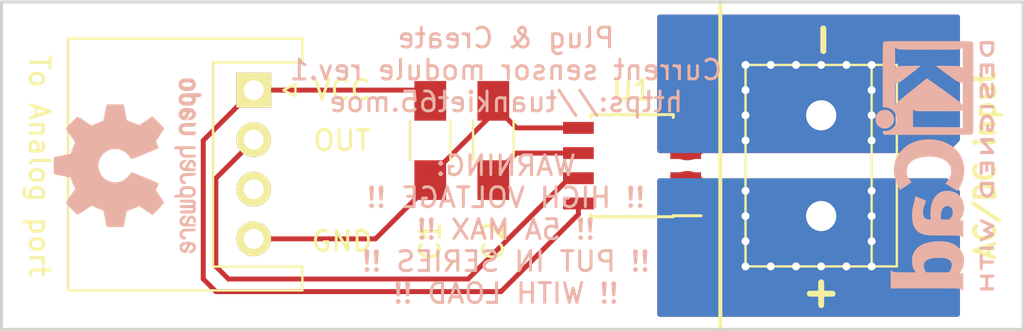
<source format=kicad_pcb>
(kicad_pcb (version 4) (host pcbnew 4.0.7)

  (general
    (links 11)
    (no_connects 0)
    (area 113.589999 95.47619 165.175001 121.92381)
    (thickness 1.6)
    (drawings 13)
    (tracks 93)
    (zones 0)
    (modules 7)
    (nets 7)
  )

  (page A4)
  (layers
    (0 F.Cu signal)
    (31 B.Cu signal)
    (32 B.Adhes user)
    (33 F.Adhes user)
    (34 B.Paste user)
    (35 F.Paste user)
    (36 B.SilkS user)
    (37 F.SilkS user)
    (38 B.Mask user)
    (39 F.Mask user)
    (40 Dwgs.User user)
    (41 Cmts.User user)
    (42 Eco1.User user)
    (43 Eco2.User user)
    (44 Edge.Cuts user)
    (45 Margin user)
    (46 B.CrtYd user)
    (47 F.CrtYd user)
    (48 B.Fab user)
    (49 F.Fab user hide)
  )

  (setup
    (last_trace_width 0.25)
    (user_trace_width 0.5)
    (user_trace_width 1.75)
    (user_trace_width 2)
    (trace_clearance 0.2)
    (zone_clearance 0.508)
    (zone_45_only no)
    (trace_min 0.2)
    (segment_width 0.2)
    (edge_width 0.15)
    (via_size 0.6)
    (via_drill 0.4)
    (via_min_size 0.4)
    (via_min_drill 0.3)
    (uvia_size 0.3)
    (uvia_drill 0.1)
    (uvias_allowed no)
    (uvia_min_size 0.2)
    (uvia_min_drill 0.1)
    (pcb_text_width 0.3)
    (pcb_text_size 1.5 1.5)
    (mod_edge_width 0.15)
    (mod_text_size 1 1)
    (mod_text_width 0.15)
    (pad_size 1.524 1.524)
    (pad_drill 0.762)
    (pad_to_mask_clearance 0.2)
    (aux_axis_origin 113.665 116.205)
    (grid_origin 156.21 105.41)
    (visible_elements FFFFFF7F)
    (pcbplotparams
      (layerselection 0x010fc_80000001)
      (usegerberextensions true)
      (excludeedgelayer true)
      (linewidth 0.150000)
      (plotframeref false)
      (viasonmask false)
      (mode 1)
      (useauxorigin true)
      (hpglpennumber 1)
      (hpglpenspeed 20)
      (hpglpendiameter 15)
      (hpglpenoverlay 2)
      (psnegative false)
      (psa4output false)
      (plotreference true)
      (plotvalue false)
      (plotinvisibletext false)
      (padsonsilk false)
      (subtractmaskfromsilk true)
      (outputformat 1)
      (mirror false)
      (drillshape 0)
      (scaleselection 1)
      (outputdirectory ../gerber/order_201803/power_consumption_acs712/))
  )

  (net 0 "")
  (net 1 +5V)
  (net 2 GND)
  (net 3 /FILTER)
  (net 4 /OUT)
  (net 5 /IP+)
  (net 6 /IP-)

  (net_class Default "This is the default net class."
    (clearance 0.2)
    (trace_width 0.25)
    (via_dia 0.6)
    (via_drill 0.4)
    (uvia_dia 0.3)
    (uvia_drill 0.1)
    (add_net +5V)
    (add_net /FILTER)
    (add_net /IP+)
    (add_net /IP-)
    (add_net /OUT)
    (add_net GND)
  )

  (module Connectors_JST:JST_XH_S04B-XH-A_04x2.50mm_Angled (layer F.Cu) (tedit 5A8EC4D8) (tstamp 5A805D74)
    (at 126.365 104.14 270)
    (descr "JST XH series connector, S04B-XH-A, side entry type, through hole")
    (tags "connector jst xh tht side horizontal angled 2.50mm")
    (path /5A80701E)
    (fp_text reference J1 (at 3.81 10.795 270) (layer F.SilkS) hide
      (effects (font (size 1 1) (thickness 0.15)))
    )
    (fp_text value Conn_01x04 (at 3.75 10.3 270) (layer F.Fab)
      (effects (font (size 1 1) (thickness 0.15)))
    )
    (fp_line (start -2.45 -2.3) (end -2.45 9.2) (layer F.Fab) (width 0.1))
    (fp_line (start -2.45 9.2) (end 9.95 9.2) (layer F.Fab) (width 0.1))
    (fp_line (start 9.95 9.2) (end 9.95 -2.3) (layer F.Fab) (width 0.1))
    (fp_line (start 9.95 -2.3) (end -2.45 -2.3) (layer F.Fab) (width 0.1))
    (fp_line (start -2.95 -2.8) (end -2.95 9.7) (layer F.CrtYd) (width 0.05))
    (fp_line (start -2.95 9.7) (end 10.45 9.7) (layer F.CrtYd) (width 0.05))
    (fp_line (start 10.45 9.7) (end 10.45 -2.8) (layer F.CrtYd) (width 0.05))
    (fp_line (start 10.45 -2.8) (end -2.95 -2.8) (layer F.CrtYd) (width 0.05))
    (fp_line (start 3.75 9.35) (end -2.6 9.35) (layer F.SilkS) (width 0.12))
    (fp_line (start -2.6 9.35) (end -2.6 -2.45) (layer F.SilkS) (width 0.12))
    (fp_line (start -2.6 -2.45) (end -1.4 -2.45) (layer F.SilkS) (width 0.12))
    (fp_line (start -1.4 -2.45) (end -1.4 2.05) (layer F.SilkS) (width 0.12))
    (fp_line (start -1.4 2.05) (end 3.75 2.05) (layer F.SilkS) (width 0.12))
    (fp_line (start 3.75 9.35) (end 10.1 9.35) (layer F.SilkS) (width 0.12))
    (fp_line (start 10.1 9.35) (end 10.1 -2.45) (layer F.SilkS) (width 0.12))
    (fp_line (start 10.1 -2.45) (end 8.9 -2.45) (layer F.SilkS) (width 0.12))
    (fp_line (start 8.9 -2.45) (end 8.9 2.05) (layer F.SilkS) (width 0.12))
    (fp_line (start 8.9 2.05) (end 3.75 2.05) (layer F.SilkS) (width 0.12))
    (fp_line (start -0.25 3.45) (end -0.25 8.7) (layer F.Fab) (width 0.1))
    (fp_line (start -0.25 8.7) (end 0.25 8.7) (layer F.Fab) (width 0.1))
    (fp_line (start 0.25 8.7) (end 0.25 3.45) (layer F.Fab) (width 0.1))
    (fp_line (start 0.25 3.45) (end -0.25 3.45) (layer F.Fab) (width 0.1))
    (fp_line (start 2.25 3.45) (end 2.25 8.7) (layer F.Fab) (width 0.1))
    (fp_line (start 2.25 8.7) (end 2.75 8.7) (layer F.Fab) (width 0.1))
    (fp_line (start 2.75 8.7) (end 2.75 3.45) (layer F.Fab) (width 0.1))
    (fp_line (start 2.75 3.45) (end 2.25 3.45) (layer F.Fab) (width 0.1))
    (fp_line (start 4.75 3.45) (end 4.75 8.7) (layer F.Fab) (width 0.1))
    (fp_line (start 4.75 8.7) (end 5.25 8.7) (layer F.Fab) (width 0.1))
    (fp_line (start 5.25 8.7) (end 5.25 3.45) (layer F.Fab) (width 0.1))
    (fp_line (start 5.25 3.45) (end 4.75 3.45) (layer F.Fab) (width 0.1))
    (fp_line (start 7.25 3.45) (end 7.25 8.7) (layer F.Fab) (width 0.1))
    (fp_line (start 7.25 8.7) (end 7.75 8.7) (layer F.Fab) (width 0.1))
    (fp_line (start 7.75 8.7) (end 7.75 3.45) (layer F.Fab) (width 0.1))
    (fp_line (start 7.75 3.45) (end 7.25 3.45) (layer F.Fab) (width 0.1))
    (fp_line (start 0 -1.5) (end -0.3 -2.1) (layer F.SilkS) (width 0.12))
    (fp_line (start -0.3 -2.1) (end 0.3 -2.1) (layer F.SilkS) (width 0.12))
    (fp_line (start 0.3 -2.1) (end 0 -1.5) (layer F.SilkS) (width 0.12))
    (fp_line (start 0 -1.5) (end -0.3 -2.1) (layer F.Fab) (width 0.1))
    (fp_line (start -0.3 -2.1) (end 0.3 -2.1) (layer F.Fab) (width 0.1))
    (fp_line (start 0.3 -2.1) (end 0 -1.5) (layer F.Fab) (width 0.1))
    (fp_text user %R (at 3.75 2.25 270) (layer F.Fab)
      (effects (font (size 1 1) (thickness 0.15)))
    )
    (pad 1 thru_hole rect (at 0 0 270) (size 1.75 1.75) (drill 1) (layers *.Cu *.Mask F.SilkS)
      (net 1 +5V))
    (pad 2 thru_hole circle (at 2.5 0 270) (size 1.75 1.75) (drill 1) (layers *.Cu *.Mask F.SilkS)
      (net 4 /OUT))
    (pad 3 thru_hole circle (at 5 0 270) (size 1.75 1.75) (drill 1) (layers *.Cu *.Mask F.SilkS))
    (pad 4 thru_hole circle (at 7.5 0 270) (size 1.75 1.75) (drill 1) (layers *.Cu *.Mask F.SilkS)
      (net 2 GND))
    (model Connectors_JST.3dshapes/JST_XH_S04B-XH-A_04x2.50mm_Angled.wrl
      (at (xyz 0 0 0))
      (scale (xyz 1 1 1))
      (rotate (xyz 0 0 0))
    )
  )

  (module Connectors_Terminal_Blocks:TerminalBlock_bornier-2_P5.08mm (layer F.Cu) (tedit 5A8EC5EE) (tstamp 5A805D7A)
    (at 154.94 110.49 90)
    (descr "simple 2-pin terminal block, pitch 5.08mm, revamped version of bornier2")
    (tags "terminal block bornier2")
    (path /5A806FCD)
    (fp_text reference J2 (at 2.54 5.08 90) (layer F.SilkS) hide
      (effects (font (size 1 1) (thickness 0.15)))
    )
    (fp_text value Conn_01x02 (at 2.54 5.08 90) (layer F.Fab)
      (effects (font (size 1 1) (thickness 0.15)))
    )
    (fp_text user %R (at 2.54 0 90) (layer F.Fab)
      (effects (font (size 1 1) (thickness 0.15)))
    )
    (fp_line (start -2.41 2.55) (end 7.49 2.55) (layer F.Fab) (width 0.1))
    (fp_line (start -2.46 -3.75) (end -2.46 3.75) (layer F.Fab) (width 0.1))
    (fp_line (start -2.46 3.75) (end 7.54 3.75) (layer F.Fab) (width 0.1))
    (fp_line (start 7.54 3.75) (end 7.54 -3.75) (layer F.Fab) (width 0.1))
    (fp_line (start 7.54 -3.75) (end -2.46 -3.75) (layer F.Fab) (width 0.1))
    (fp_line (start 7.62 2.54) (end -2.54 2.54) (layer F.SilkS) (width 0.12))
    (fp_line (start 7.62 3.81) (end 7.62 -3.81) (layer F.SilkS) (width 0.12))
    (fp_line (start 7.62 -3.81) (end -2.54 -3.81) (layer F.SilkS) (width 0.12))
    (fp_line (start -2.54 -3.81) (end -2.54 3.81) (layer F.SilkS) (width 0.12))
    (fp_line (start -2.54 3.81) (end 7.62 3.81) (layer F.SilkS) (width 0.12))
    (fp_line (start -2.71 -4) (end 7.79 -4) (layer F.CrtYd) (width 0.05))
    (fp_line (start -2.71 -4) (end -2.71 4) (layer F.CrtYd) (width 0.05))
    (fp_line (start 7.79 4) (end 7.79 -4) (layer F.CrtYd) (width 0.05))
    (fp_line (start 7.79 4) (end -2.71 4) (layer F.CrtYd) (width 0.05))
    (pad 1 thru_hole rect (at 0 0 90) (size 3 3) (drill 1.52) (layers *.Cu *.Mask)
      (net 5 /IP+))
    (pad 2 thru_hole circle (at 5.08 0 90) (size 3 3) (drill 1.52) (layers *.Cu *.Mask)
      (net 6 /IP-))
    (model ${KISYS3DMOD}/Terminal_Blocks.3dshapes/TerminalBlock_bornier-2_P5.08mm.wrl
      (at (xyz 0.1 0 0))
      (scale (xyz 1 1 1))
      (rotate (xyz 0 0 0))
    )
  )

  (module Housings_SOIC:SOIC-8_3.9x4.9mm_Pitch1.27mm (layer F.Cu) (tedit 58CD0CDA) (tstamp 5A805D86)
    (at 145.415 107.95 180)
    (descr "8-Lead Plastic Small Outline (SN) - Narrow, 3.90 mm Body [SOIC] (see Microchip Packaging Specification 00000049BS.pdf)")
    (tags "SOIC 1.27")
    (path /5A806F58)
    (attr smd)
    (fp_text reference U1 (at 0 3.81 180) (layer F.SilkS)
      (effects (font (size 1 1) (thickness 0.15)))
    )
    (fp_text value ACS712 (at 0 3.5 180) (layer F.Fab)
      (effects (font (size 1 1) (thickness 0.15)))
    )
    (fp_text user %R (at 0 0 180) (layer F.Fab)
      (effects (font (size 1 1) (thickness 0.15)))
    )
    (fp_line (start -0.95 -2.45) (end 1.95 -2.45) (layer F.Fab) (width 0.1))
    (fp_line (start 1.95 -2.45) (end 1.95 2.45) (layer F.Fab) (width 0.1))
    (fp_line (start 1.95 2.45) (end -1.95 2.45) (layer F.Fab) (width 0.1))
    (fp_line (start -1.95 2.45) (end -1.95 -1.45) (layer F.Fab) (width 0.1))
    (fp_line (start -1.95 -1.45) (end -0.95 -2.45) (layer F.Fab) (width 0.1))
    (fp_line (start -3.73 -2.7) (end -3.73 2.7) (layer F.CrtYd) (width 0.05))
    (fp_line (start 3.73 -2.7) (end 3.73 2.7) (layer F.CrtYd) (width 0.05))
    (fp_line (start -3.73 -2.7) (end 3.73 -2.7) (layer F.CrtYd) (width 0.05))
    (fp_line (start -3.73 2.7) (end 3.73 2.7) (layer F.CrtYd) (width 0.05))
    (fp_line (start -2.075 -2.575) (end -2.075 -2.525) (layer F.SilkS) (width 0.15))
    (fp_line (start 2.075 -2.575) (end 2.075 -2.43) (layer F.SilkS) (width 0.15))
    (fp_line (start 2.075 2.575) (end 2.075 2.43) (layer F.SilkS) (width 0.15))
    (fp_line (start -2.075 2.575) (end -2.075 2.43) (layer F.SilkS) (width 0.15))
    (fp_line (start -2.075 -2.575) (end 2.075 -2.575) (layer F.SilkS) (width 0.15))
    (fp_line (start -2.075 2.575) (end 2.075 2.575) (layer F.SilkS) (width 0.15))
    (fp_line (start -2.075 -2.525) (end -3.475 -2.525) (layer F.SilkS) (width 0.15))
    (pad 1 smd rect (at -2.7 -1.905 180) (size 1.55 0.6) (layers F.Cu F.Paste F.Mask)
      (net 5 /IP+))
    (pad 2 smd rect (at -2.7 -0.635 180) (size 1.55 0.6) (layers F.Cu F.Paste F.Mask)
      (net 5 /IP+))
    (pad 3 smd rect (at -2.7 0.635 180) (size 1.55 0.6) (layers F.Cu F.Paste F.Mask)
      (net 6 /IP-))
    (pad 4 smd rect (at -2.7 1.905 180) (size 1.55 0.6) (layers F.Cu F.Paste F.Mask)
      (net 6 /IP-))
    (pad 5 smd rect (at 2.7 1.905 180) (size 1.55 0.6) (layers F.Cu F.Paste F.Mask)
      (net 2 GND))
    (pad 6 smd rect (at 2.7 0.635 180) (size 1.55 0.6) (layers F.Cu F.Paste F.Mask)
      (net 3 /FILTER))
    (pad 7 smd rect (at 2.7 -0.635 180) (size 1.55 0.6) (layers F.Cu F.Paste F.Mask)
      (net 4 /OUT))
    (pad 8 smd rect (at 2.7 -1.905 180) (size 1.55 0.6) (layers F.Cu F.Paste F.Mask)
      (net 1 +5V))
    (model ${KISYS3DMOD}/Housings_SOIC.3dshapes/SOIC-8_3.9x4.9mm_Pitch1.27mm.wrl
      (at (xyz 0 0 0))
      (scale (xyz 1 1 1))
      (rotate (xyz 0 0 0))
    )
  )

  (module Capacitors_SMD:C_1206_HandSoldering (layer F.Cu) (tedit 58AA84D1) (tstamp 5A9E7C54)
    (at 135.255 106.68 270)
    (descr "Capacitor SMD 1206, hand soldering")
    (tags "capacitor 1206")
    (path /5A806F8A)
    (attr smd)
    (fp_text reference C1 (at 5.08 0 270) (layer F.SilkS)
      (effects (font (size 1 1) (thickness 0.15)))
    )
    (fp_text value 100n (at 0 2 270) (layer F.Fab)
      (effects (font (size 1 1) (thickness 0.15)))
    )
    (fp_text user %R (at 0 -1.75 270) (layer F.Fab)
      (effects (font (size 1 1) (thickness 0.15)))
    )
    (fp_line (start -1.6 0.8) (end -1.6 -0.8) (layer F.Fab) (width 0.1))
    (fp_line (start 1.6 0.8) (end -1.6 0.8) (layer F.Fab) (width 0.1))
    (fp_line (start 1.6 -0.8) (end 1.6 0.8) (layer F.Fab) (width 0.1))
    (fp_line (start -1.6 -0.8) (end 1.6 -0.8) (layer F.Fab) (width 0.1))
    (fp_line (start 1 -1.02) (end -1 -1.02) (layer F.SilkS) (width 0.12))
    (fp_line (start -1 1.02) (end 1 1.02) (layer F.SilkS) (width 0.12))
    (fp_line (start -3.25 -1.05) (end 3.25 -1.05) (layer F.CrtYd) (width 0.05))
    (fp_line (start -3.25 -1.05) (end -3.25 1.05) (layer F.CrtYd) (width 0.05))
    (fp_line (start 3.25 1.05) (end 3.25 -1.05) (layer F.CrtYd) (width 0.05))
    (fp_line (start 3.25 1.05) (end -3.25 1.05) (layer F.CrtYd) (width 0.05))
    (pad 1 smd rect (at -2 0 270) (size 2 1.6) (layers F.Cu F.Paste F.Mask)
      (net 1 +5V))
    (pad 2 smd rect (at 2 0 270) (size 2 1.6) (layers F.Cu F.Paste F.Mask)
      (net 2 GND))
    (model Capacitors_SMD.3dshapes/C_1206.wrl
      (at (xyz 0 0 0))
      (scale (xyz 1 1 1))
      (rotate (xyz 0 0 0))
    )
  )

  (module Capacitors_SMD:C_1206_HandSoldering (layer F.Cu) (tedit 58AA84D1) (tstamp 5A9E7C59)
    (at 138.43 106.68 90)
    (descr "Capacitor SMD 1206, hand soldering")
    (tags "capacitor 1206")
    (path /5A806FA7)
    (attr smd)
    (fp_text reference C2 (at -5.08 0 90) (layer F.SilkS)
      (effects (font (size 1 1) (thickness 0.15)))
    )
    (fp_text value 100n (at 0 2 90) (layer F.Fab)
      (effects (font (size 1 1) (thickness 0.15)))
    )
    (fp_text user %R (at 0 -1.75 90) (layer F.Fab)
      (effects (font (size 1 1) (thickness 0.15)))
    )
    (fp_line (start -1.6 0.8) (end -1.6 -0.8) (layer F.Fab) (width 0.1))
    (fp_line (start 1.6 0.8) (end -1.6 0.8) (layer F.Fab) (width 0.1))
    (fp_line (start 1.6 -0.8) (end 1.6 0.8) (layer F.Fab) (width 0.1))
    (fp_line (start -1.6 -0.8) (end 1.6 -0.8) (layer F.Fab) (width 0.1))
    (fp_line (start 1 -1.02) (end -1 -1.02) (layer F.SilkS) (width 0.12))
    (fp_line (start -1 1.02) (end 1 1.02) (layer F.SilkS) (width 0.12))
    (fp_line (start -3.25 -1.05) (end 3.25 -1.05) (layer F.CrtYd) (width 0.05))
    (fp_line (start -3.25 -1.05) (end -3.25 1.05) (layer F.CrtYd) (width 0.05))
    (fp_line (start 3.25 1.05) (end 3.25 -1.05) (layer F.CrtYd) (width 0.05))
    (fp_line (start 3.25 1.05) (end -3.25 1.05) (layer F.CrtYd) (width 0.05))
    (pad 1 smd rect (at -2 0 90) (size 2 1.6) (layers F.Cu F.Paste F.Mask)
      (net 3 /FILTER))
    (pad 2 smd rect (at 2 0 90) (size 2 1.6) (layers F.Cu F.Paste F.Mask)
      (net 2 GND))
    (model Capacitors_SMD.3dshapes/C_1206.wrl
      (at (xyz 0 0 0))
      (scale (xyz 1 1 1))
      (rotate (xyz 0 0 0))
    )
  )

  (module Symbols:OSHW-Logo2_9.8x8mm_SilkScreen (layer B.Cu) (tedit 0) (tstamp 5A9E7DB9)
    (at 120.015 107.95 270)
    (descr "Open Source Hardware Symbol")
    (tags "Logo Symbol OSHW")
    (attr virtual)
    (fp_text reference REF*** (at 0 0 270) (layer B.SilkS) hide
      (effects (font (size 1 1) (thickness 0.15)) (justify mirror))
    )
    (fp_text value OSHW-Logo2_9.8x8mm_SilkScreen (at 0.75 0 270) (layer B.Fab) hide
      (effects (font (size 1 1) (thickness 0.15)) (justify mirror))
    )
    (fp_poly (pts (xy -3.231114 -2.584505) (xy -3.156461 -2.621727) (xy -3.090569 -2.690261) (xy -3.072423 -2.715648)
      (xy -3.052655 -2.748866) (xy -3.039828 -2.784945) (xy -3.03249 -2.833098) (xy -3.029187 -2.902536)
      (xy -3.028462 -2.994206) (xy -3.031737 -3.11983) (xy -3.043123 -3.214154) (xy -3.064959 -3.284523)
      (xy -3.099581 -3.338286) (xy -3.14933 -3.382788) (xy -3.152986 -3.385423) (xy -3.202015 -3.412377)
      (xy -3.261055 -3.425712) (xy -3.336141 -3.429) (xy -3.458205 -3.429) (xy -3.458256 -3.547497)
      (xy -3.459392 -3.613492) (xy -3.466314 -3.652202) (xy -3.484402 -3.675419) (xy -3.519038 -3.694933)
      (xy -3.527355 -3.69892) (xy -3.56628 -3.717603) (xy -3.596417 -3.729403) (xy -3.618826 -3.730422)
      (xy -3.634567 -3.716761) (xy -3.644698 -3.684522) (xy -3.650277 -3.629804) (xy -3.652365 -3.548711)
      (xy -3.652019 -3.437344) (xy -3.6503 -3.291802) (xy -3.649763 -3.248269) (xy -3.647828 -3.098205)
      (xy -3.646096 -3.000042) (xy -3.458308 -3.000042) (xy -3.457252 -3.083364) (xy -3.452562 -3.13788)
      (xy -3.441949 -3.173837) (xy -3.423128 -3.201482) (xy -3.41035 -3.214965) (xy -3.35811 -3.254417)
      (xy -3.311858 -3.257628) (xy -3.264133 -3.225049) (xy -3.262923 -3.223846) (xy -3.243506 -3.198668)
      (xy -3.231693 -3.164447) (xy -3.225735 -3.111748) (xy -3.22388 -3.031131) (xy -3.223846 -3.013271)
      (xy -3.22833 -2.902175) (xy -3.242926 -2.825161) (xy -3.26935 -2.778147) (xy -3.309317 -2.75705)
      (xy -3.332416 -2.754923) (xy -3.387238 -2.7649) (xy -3.424842 -2.797752) (xy -3.447477 -2.857857)
      (xy -3.457394 -2.949598) (xy -3.458308 -3.000042) (xy -3.646096 -3.000042) (xy -3.645778 -2.98206)
      (xy -3.643127 -2.894679) (xy -3.639394 -2.830905) (xy -3.634093 -2.785582) (xy -3.626742 -2.753555)
      (xy -3.616857 -2.729668) (xy -3.603954 -2.708764) (xy -3.598421 -2.700898) (xy -3.525031 -2.626595)
      (xy -3.43224 -2.584467) (xy -3.324904 -2.572722) (xy -3.231114 -2.584505)) (layer B.SilkS) (width 0.01))
    (fp_poly (pts (xy -1.728336 -2.595089) (xy -1.665633 -2.631358) (xy -1.622039 -2.667358) (xy -1.590155 -2.705075)
      (xy -1.56819 -2.751199) (xy -1.554351 -2.812421) (xy -1.546847 -2.895431) (xy -1.543883 -3.006919)
      (xy -1.543539 -3.087062) (xy -1.543539 -3.382065) (xy -1.709615 -3.456515) (xy -1.719385 -3.133402)
      (xy -1.723421 -3.012729) (xy -1.727656 -2.925141) (xy -1.732903 -2.86465) (xy -1.739975 -2.825268)
      (xy -1.749689 -2.801007) (xy -1.762856 -2.78588) (xy -1.767081 -2.782606) (xy -1.831091 -2.757034)
      (xy -1.895792 -2.767153) (xy -1.934308 -2.794) (xy -1.949975 -2.813024) (xy -1.96082 -2.837988)
      (xy -1.967712 -2.875834) (xy -1.971521 -2.933502) (xy -1.973117 -3.017935) (xy -1.973385 -3.105928)
      (xy -1.973437 -3.216323) (xy -1.975328 -3.294463) (xy -1.981655 -3.347165) (xy -1.995017 -3.381242)
      (xy -2.018015 -3.403511) (xy -2.053246 -3.420787) (xy -2.100303 -3.438738) (xy -2.151697 -3.458278)
      (xy -2.145579 -3.111485) (xy -2.143116 -2.986468) (xy -2.140233 -2.894082) (xy -2.136102 -2.827881)
      (xy -2.129893 -2.78142) (xy -2.120774 -2.748256) (xy -2.107917 -2.721944) (xy -2.092416 -2.698729)
      (xy -2.017629 -2.624569) (xy -1.926372 -2.581684) (xy -1.827117 -2.571412) (xy -1.728336 -2.595089)) (layer B.SilkS) (width 0.01))
    (fp_poly (pts (xy -3.983114 -2.587256) (xy -3.891536 -2.635409) (xy -3.823951 -2.712905) (xy -3.799943 -2.762727)
      (xy -3.781262 -2.837533) (xy -3.771699 -2.932052) (xy -3.770792 -3.03521) (xy -3.778079 -3.135935)
      (xy -3.793097 -3.223153) (xy -3.815385 -3.285791) (xy -3.822235 -3.296579) (xy -3.903368 -3.377105)
      (xy -3.999734 -3.425336) (xy -4.104299 -3.43945) (xy -4.210032 -3.417629) (xy -4.239457 -3.404547)
      (xy -4.296759 -3.364231) (xy -4.34705 -3.310775) (xy -4.351803 -3.303995) (xy -4.371122 -3.271321)
      (xy -4.383892 -3.236394) (xy -4.391436 -3.190414) (xy -4.395076 -3.124584) (xy -4.396135 -3.030105)
      (xy -4.396154 -3.008923) (xy -4.396106 -3.002182) (xy -4.200769 -3.002182) (xy -4.199632 -3.091349)
      (xy -4.195159 -3.15052) (xy -4.185754 -3.188741) (xy -4.169824 -3.215053) (xy -4.161692 -3.223846)
      (xy -4.114942 -3.257261) (xy -4.069553 -3.255737) (xy -4.02366 -3.226752) (xy -3.996288 -3.195809)
      (xy -3.980077 -3.150643) (xy -3.970974 -3.07942) (xy -3.970349 -3.071114) (xy -3.968796 -2.942037)
      (xy -3.985035 -2.846172) (xy -4.018848 -2.784107) (xy -4.070016 -2.756432) (xy -4.08828 -2.754923)
      (xy -4.13624 -2.762513) (xy -4.169047 -2.788808) (xy -4.189105 -2.839095) (xy -4.198822 -2.918664)
      (xy -4.200769 -3.002182) (xy -4.396106 -3.002182) (xy -4.395426 -2.908249) (xy -4.392371 -2.837906)
      (xy -4.385678 -2.789163) (xy -4.37404 -2.753288) (xy -4.356147 -2.721548) (xy -4.352192 -2.715648)
      (xy -4.285733 -2.636104) (xy -4.213315 -2.589929) (xy -4.125151 -2.571599) (xy -4.095213 -2.570703)
      (xy -3.983114 -2.587256)) (layer B.SilkS) (width 0.01))
    (fp_poly (pts (xy -2.465746 -2.599745) (xy -2.388714 -2.651567) (xy -2.329184 -2.726412) (xy -2.293622 -2.821654)
      (xy -2.286429 -2.891756) (xy -2.287246 -2.921009) (xy -2.294086 -2.943407) (xy -2.312888 -2.963474)
      (xy -2.349592 -2.985733) (xy -2.410138 -3.014709) (xy -2.500466 -3.054927) (xy -2.500923 -3.055129)
      (xy -2.584067 -3.09321) (xy -2.652247 -3.127025) (xy -2.698495 -3.152933) (xy -2.715842 -3.167295)
      (xy -2.715846 -3.167411) (xy -2.700557 -3.198685) (xy -2.664804 -3.233157) (xy -2.623758 -3.25799)
      (xy -2.602963 -3.262923) (xy -2.54623 -3.245862) (xy -2.497373 -3.203133) (xy -2.473535 -3.156155)
      (xy -2.450603 -3.121522) (xy -2.405682 -3.082081) (xy -2.352877 -3.048009) (xy -2.30629 -3.02948)
      (xy -2.296548 -3.028462) (xy -2.285582 -3.045215) (xy -2.284921 -3.088039) (xy -2.29298 -3.145781)
      (xy -2.308173 -3.207289) (xy -2.328914 -3.261409) (xy -2.329962 -3.26351) (xy -2.392379 -3.35066)
      (xy -2.473274 -3.409939) (xy -2.565144 -3.439034) (xy -2.660487 -3.435634) (xy -2.751802 -3.397428)
      (xy -2.755862 -3.394741) (xy -2.827694 -3.329642) (xy -2.874927 -3.244705) (xy -2.901066 -3.133021)
      (xy -2.904574 -3.101643) (xy -2.910787 -2.953536) (xy -2.903339 -2.884468) (xy -2.715846 -2.884468)
      (xy -2.71341 -2.927552) (xy -2.700086 -2.940126) (xy -2.666868 -2.930719) (xy -2.614506 -2.908483)
      (xy -2.555976 -2.88061) (xy -2.554521 -2.879872) (xy -2.504911 -2.853777) (xy -2.485 -2.836363)
      (xy -2.48991 -2.818107) (xy -2.510584 -2.79412) (xy -2.563181 -2.759406) (xy -2.619823 -2.756856)
      (xy -2.670631 -2.782119) (xy -2.705724 -2.830847) (xy -2.715846 -2.884468) (xy -2.903339 -2.884468)
      (xy -2.898008 -2.835036) (xy -2.865222 -2.741055) (xy -2.819579 -2.675215) (xy -2.737198 -2.608681)
      (xy -2.646454 -2.575676) (xy -2.553815 -2.573573) (xy -2.465746 -2.599745)) (layer B.SilkS) (width 0.01))
    (fp_poly (pts (xy -0.840154 -2.49212) (xy -0.834428 -2.57198) (xy -0.827851 -2.619039) (xy -0.818738 -2.639566)
      (xy -0.805402 -2.639829) (xy -0.801077 -2.637378) (xy -0.743556 -2.619636) (xy -0.668732 -2.620672)
      (xy -0.592661 -2.63891) (xy -0.545082 -2.662505) (xy -0.496298 -2.700198) (xy -0.460636 -2.742855)
      (xy -0.436155 -2.797057) (xy -0.420913 -2.869384) (xy -0.41297 -2.966419) (xy -0.410384 -3.094742)
      (xy -0.410338 -3.119358) (xy -0.410308 -3.39587) (xy -0.471839 -3.41732) (xy -0.515541 -3.431912)
      (xy -0.539518 -3.438706) (xy -0.540223 -3.438769) (xy -0.542585 -3.420345) (xy -0.544594 -3.369526)
      (xy -0.546099 -3.292993) (xy -0.546947 -3.19743) (xy -0.547077 -3.139329) (xy -0.547349 -3.024771)
      (xy -0.548748 -2.942667) (xy -0.552151 -2.886393) (xy -0.558433 -2.849326) (xy -0.568471 -2.824844)
      (xy -0.583139 -2.806325) (xy -0.592298 -2.797406) (xy -0.655211 -2.761466) (xy -0.723864 -2.758775)
      (xy -0.786152 -2.78917) (xy -0.797671 -2.800144) (xy -0.814567 -2.820779) (xy -0.826286 -2.845256)
      (xy -0.833767 -2.880647) (xy -0.837946 -2.934026) (xy -0.839763 -3.012466) (xy -0.840154 -3.120617)
      (xy -0.840154 -3.39587) (xy -0.901685 -3.41732) (xy -0.945387 -3.431912) (xy -0.969364 -3.438706)
      (xy -0.97007 -3.438769) (xy -0.971874 -3.420069) (xy -0.9735 -3.367322) (xy -0.974883 -3.285557)
      (xy -0.975958 -3.179805) (xy -0.97666 -3.055094) (xy -0.976923 -2.916455) (xy -0.976923 -2.381806)
      (xy -0.849923 -2.328236) (xy -0.840154 -2.49212)) (layer B.SilkS) (width 0.01))
    (fp_poly (pts (xy 0.053501 -2.626303) (xy 0.13006 -2.654733) (xy 0.130936 -2.655279) (xy 0.178285 -2.690127)
      (xy 0.213241 -2.730852) (xy 0.237825 -2.783925) (xy 0.254062 -2.855814) (xy 0.263975 -2.952992)
      (xy 0.269586 -3.081928) (xy 0.270077 -3.100298) (xy 0.277141 -3.377287) (xy 0.217695 -3.408028)
      (xy 0.174681 -3.428802) (xy 0.14871 -3.438646) (xy 0.147509 -3.438769) (xy 0.143014 -3.420606)
      (xy 0.139444 -3.371612) (xy 0.137248 -3.300031) (xy 0.136769 -3.242068) (xy 0.136758 -3.14817)
      (xy 0.132466 -3.089203) (xy 0.117503 -3.061079) (xy 0.085482 -3.059706) (xy 0.030014 -3.080998)
      (xy -0.053731 -3.120136) (xy -0.115311 -3.152643) (xy -0.146983 -3.180845) (xy -0.156294 -3.211582)
      (xy -0.156308 -3.213104) (xy -0.140943 -3.266054) (xy -0.095453 -3.29466) (xy -0.025834 -3.298803)
      (xy 0.024313 -3.298084) (xy 0.050754 -3.312527) (xy 0.067243 -3.347218) (xy 0.076733 -3.391416)
      (xy 0.063057 -3.416493) (xy 0.057907 -3.420082) (xy 0.009425 -3.434496) (xy -0.058469 -3.436537)
      (xy -0.128388 -3.426983) (xy -0.177932 -3.409522) (xy -0.24643 -3.351364) (xy -0.285366 -3.270408)
      (xy -0.293077 -3.20716) (xy -0.287193 -3.150111) (xy -0.265899 -3.103542) (xy -0.223735 -3.062181)
      (xy -0.155241 -3.020755) (xy -0.054956 -2.973993) (xy -0.048846 -2.97135) (xy 0.04149 -2.929617)
      (xy 0.097235 -2.895391) (xy 0.121129 -2.864635) (xy 0.115913 -2.833311) (xy 0.084328 -2.797383)
      (xy 0.074883 -2.789116) (xy 0.011617 -2.757058) (xy -0.053936 -2.758407) (xy -0.111028 -2.789838)
      (xy -0.148907 -2.848024) (xy -0.152426 -2.859446) (xy -0.1867 -2.914837) (xy -0.230191 -2.941518)
      (xy -0.293077 -2.96796) (xy -0.293077 -2.899548) (xy -0.273948 -2.80011) (xy -0.217169 -2.708902)
      (xy -0.187622 -2.678389) (xy -0.120458 -2.639228) (xy -0.035044 -2.6215) (xy 0.053501 -2.626303)) (layer B.SilkS) (width 0.01))
    (fp_poly (pts (xy 0.713362 -2.62467) (xy 0.802117 -2.657421) (xy 0.874022 -2.71535) (xy 0.902144 -2.756128)
      (xy 0.932802 -2.830954) (xy 0.932165 -2.885058) (xy 0.899987 -2.921446) (xy 0.888081 -2.927633)
      (xy 0.836675 -2.946925) (xy 0.810422 -2.941982) (xy 0.80153 -2.909587) (xy 0.801077 -2.891692)
      (xy 0.784797 -2.825859) (xy 0.742365 -2.779807) (xy 0.683388 -2.757564) (xy 0.617475 -2.763161)
      (xy 0.563895 -2.792229) (xy 0.545798 -2.80881) (xy 0.532971 -2.828925) (xy 0.524306 -2.859332)
      (xy 0.518696 -2.906788) (xy 0.515035 -2.97805) (xy 0.512215 -3.079875) (xy 0.511484 -3.112115)
      (xy 0.50882 -3.22241) (xy 0.505792 -3.300036) (xy 0.50125 -3.351396) (xy 0.494046 -3.38289)
      (xy 0.483033 -3.40092) (xy 0.46706 -3.411888) (xy 0.456834 -3.416733) (xy 0.413406 -3.433301)
      (xy 0.387842 -3.438769) (xy 0.379395 -3.420507) (xy 0.374239 -3.365296) (xy 0.372346 -3.272499)
      (xy 0.373689 -3.141478) (xy 0.374107 -3.121269) (xy 0.377058 -3.001733) (xy 0.380548 -2.914449)
      (xy 0.385514 -2.852591) (xy 0.392893 -2.809336) (xy 0.403624 -2.77786) (xy 0.418645 -2.751339)
      (xy 0.426502 -2.739975) (xy 0.471553 -2.689692) (xy 0.52194 -2.650581) (xy 0.528108 -2.647167)
      (xy 0.618458 -2.620212) (xy 0.713362 -2.62467)) (layer B.SilkS) (width 0.01))
    (fp_poly (pts (xy 1.602081 -2.780289) (xy 1.601833 -2.92632) (xy 1.600872 -3.038655) (xy 1.598794 -3.122678)
      (xy 1.595193 -3.183769) (xy 1.589665 -3.227309) (xy 1.581804 -3.258679) (xy 1.571207 -3.283262)
      (xy 1.563182 -3.297294) (xy 1.496728 -3.373388) (xy 1.41247 -3.421084) (xy 1.319249 -3.438199)
      (xy 1.2259 -3.422546) (xy 1.170312 -3.394418) (xy 1.111957 -3.34576) (xy 1.072186 -3.286333)
      (xy 1.04819 -3.208507) (xy 1.037161 -3.104652) (xy 1.035599 -3.028462) (xy 1.035809 -3.022986)
      (xy 1.172308 -3.022986) (xy 1.173141 -3.110355) (xy 1.176961 -3.168192) (xy 1.185746 -3.206029)
      (xy 1.201474 -3.233398) (xy 1.220266 -3.254042) (xy 1.283375 -3.29389) (xy 1.351137 -3.297295)
      (xy 1.415179 -3.264025) (xy 1.420164 -3.259517) (xy 1.441439 -3.236067) (xy 1.454779 -3.208166)
      (xy 1.462001 -3.166641) (xy 1.464923 -3.102316) (xy 1.465385 -3.0312) (xy 1.464383 -2.941858)
      (xy 1.460238 -2.882258) (xy 1.451236 -2.843089) (xy 1.435667 -2.81504) (xy 1.422902 -2.800144)
      (xy 1.3636 -2.762575) (xy 1.295301 -2.758057) (xy 1.23011 -2.786753) (xy 1.217528 -2.797406)
      (xy 1.196111 -2.821063) (xy 1.182744 -2.849251) (xy 1.175566 -2.891245) (xy 1.172719 -2.956319)
      (xy 1.172308 -3.022986) (xy 1.035809 -3.022986) (xy 1.040322 -2.905765) (xy 1.056362 -2.813577)
      (xy 1.086528 -2.744269) (xy 1.133629 -2.690211) (xy 1.170312 -2.662505) (xy 1.23699 -2.632572)
      (xy 1.314272 -2.618678) (xy 1.38611 -2.622397) (xy 1.426308 -2.6374) (xy 1.442082 -2.64167)
      (xy 1.45255 -2.62575) (xy 1.459856 -2.583089) (xy 1.465385 -2.518106) (xy 1.471437 -2.445732)
      (xy 1.479844 -2.402187) (xy 1.495141 -2.377287) (xy 1.521864 -2.360845) (xy 1.538654 -2.353564)
      (xy 1.602154 -2.326963) (xy 1.602081 -2.780289)) (layer B.SilkS) (width 0.01))
    (fp_poly (pts (xy 2.395929 -2.636662) (xy 2.398911 -2.688068) (xy 2.401247 -2.766192) (xy 2.402749 -2.864857)
      (xy 2.403231 -2.968343) (xy 2.403231 -3.318533) (xy 2.341401 -3.380363) (xy 2.298793 -3.418462)
      (xy 2.26139 -3.433895) (xy 2.21027 -3.432918) (xy 2.189978 -3.430433) (xy 2.126554 -3.4232)
      (xy 2.074095 -3.419055) (xy 2.061308 -3.418672) (xy 2.018199 -3.421176) (xy 1.956544 -3.427462)
      (xy 1.932638 -3.430433) (xy 1.873922 -3.435028) (xy 1.834464 -3.425046) (xy 1.795338 -3.394228)
      (xy 1.781215 -3.380363) (xy 1.719385 -3.318533) (xy 1.719385 -2.663503) (xy 1.76915 -2.640829)
      (xy 1.812002 -2.624034) (xy 1.837073 -2.618154) (xy 1.843501 -2.636736) (xy 1.849509 -2.688655)
      (xy 1.854697 -2.768172) (xy 1.858664 -2.869546) (xy 1.860577 -2.955192) (xy 1.865923 -3.292231)
      (xy 1.91256 -3.298825) (xy 1.954976 -3.294214) (xy 1.97576 -3.279287) (xy 1.98157 -3.251377)
      (xy 1.98653 -3.191925) (xy 1.990246 -3.108466) (xy 1.992324 -3.008532) (xy 1.992624 -2.957104)
      (xy 1.992923 -2.661054) (xy 2.054454 -2.639604) (xy 2.098004 -2.62502) (xy 2.121694 -2.618219)
      (xy 2.122377 -2.618154) (xy 2.124754 -2.636642) (xy 2.127366 -2.687906) (xy 2.129995 -2.765649)
      (xy 2.132421 -2.863574) (xy 2.134115 -2.955192) (xy 2.139461 -3.292231) (xy 2.256692 -3.292231)
      (xy 2.262072 -2.984746) (xy 2.267451 -2.677261) (xy 2.324601 -2.647707) (xy 2.366797 -2.627413)
      (xy 2.39177 -2.618204) (xy 2.392491 -2.618154) (xy 2.395929 -2.636662)) (layer B.SilkS) (width 0.01))
    (fp_poly (pts (xy 2.887333 -2.633528) (xy 2.94359 -2.659117) (xy 2.987747 -2.690124) (xy 3.020101 -2.724795)
      (xy 3.042438 -2.76952) (xy 3.056546 -2.830692) (xy 3.064211 -2.914701) (xy 3.06722 -3.02794)
      (xy 3.067538 -3.102509) (xy 3.067538 -3.39342) (xy 3.017773 -3.416095) (xy 2.978576 -3.432667)
      (xy 2.959157 -3.438769) (xy 2.955442 -3.42061) (xy 2.952495 -3.371648) (xy 2.950691 -3.300153)
      (xy 2.950308 -3.243385) (xy 2.948661 -3.161371) (xy 2.944222 -3.096309) (xy 2.93774 -3.056467)
      (xy 2.93259 -3.048) (xy 2.897977 -3.056646) (xy 2.84364 -3.078823) (xy 2.780722 -3.108886)
      (xy 2.720368 -3.141192) (xy 2.673721 -3.170098) (xy 2.651926 -3.189961) (xy 2.651839 -3.190175)
      (xy 2.653714 -3.226935) (xy 2.670525 -3.262026) (xy 2.700039 -3.290528) (xy 2.743116 -3.300061)
      (xy 2.779932 -3.29895) (xy 2.832074 -3.298133) (xy 2.859444 -3.310349) (xy 2.875882 -3.342624)
      (xy 2.877955 -3.34871) (xy 2.885081 -3.394739) (xy 2.866024 -3.422687) (xy 2.816353 -3.436007)
      (xy 2.762697 -3.43847) (xy 2.666142 -3.42021) (xy 2.616159 -3.394131) (xy 2.554429 -3.332868)
      (xy 2.52169 -3.25767) (xy 2.518753 -3.178211) (xy 2.546424 -3.104167) (xy 2.588047 -3.057769)
      (xy 2.629604 -3.031793) (xy 2.694922 -2.998907) (xy 2.771038 -2.965557) (xy 2.783726 -2.960461)
      (xy 2.867333 -2.923565) (xy 2.91553 -2.891046) (xy 2.93103 -2.858718) (xy 2.91655 -2.822394)
      (xy 2.891692 -2.794) (xy 2.832939 -2.759039) (xy 2.768293 -2.756417) (xy 2.709008 -2.783358)
      (xy 2.666339 -2.837088) (xy 2.660739 -2.85095) (xy 2.628133 -2.901936) (xy 2.58053 -2.939787)
      (xy 2.520461 -2.97085) (xy 2.520461 -2.882768) (xy 2.523997 -2.828951) (xy 2.539156 -2.786534)
      (xy 2.572768 -2.741279) (xy 2.605035 -2.70642) (xy 2.655209 -2.657062) (xy 2.694193 -2.630547)
      (xy 2.736064 -2.619911) (xy 2.78346 -2.618154) (xy 2.887333 -2.633528)) (layer B.SilkS) (width 0.01))
    (fp_poly (pts (xy 3.570807 -2.636782) (xy 3.594161 -2.646988) (xy 3.649902 -2.691134) (xy 3.697569 -2.754967)
      (xy 3.727048 -2.823087) (xy 3.731846 -2.85667) (xy 3.71576 -2.903556) (xy 3.680475 -2.928365)
      (xy 3.642644 -2.943387) (xy 3.625321 -2.946155) (xy 3.616886 -2.926066) (xy 3.60023 -2.882351)
      (xy 3.592923 -2.862598) (xy 3.551948 -2.794271) (xy 3.492622 -2.760191) (xy 3.416552 -2.761239)
      (xy 3.410918 -2.762581) (xy 3.370305 -2.781836) (xy 3.340448 -2.819375) (xy 3.320055 -2.879809)
      (xy 3.307836 -2.967751) (xy 3.3025 -3.087813) (xy 3.302 -3.151698) (xy 3.301752 -3.252403)
      (xy 3.300126 -3.321054) (xy 3.295801 -3.364673) (xy 3.287454 -3.390282) (xy 3.273765 -3.404903)
      (xy 3.253411 -3.415558) (xy 3.252234 -3.416095) (xy 3.213038 -3.432667) (xy 3.193619 -3.438769)
      (xy 3.190635 -3.420319) (xy 3.188081 -3.369323) (xy 3.18614 -3.292308) (xy 3.184997 -3.195805)
      (xy 3.184769 -3.125184) (xy 3.185932 -2.988525) (xy 3.190479 -2.884851) (xy 3.199999 -2.808108)
      (xy 3.216081 -2.752246) (xy 3.240313 -2.711212) (xy 3.274286 -2.678954) (xy 3.307833 -2.65644)
      (xy 3.388499 -2.626476) (xy 3.482381 -2.619718) (xy 3.570807 -2.636782)) (layer B.SilkS) (width 0.01))
    (fp_poly (pts (xy 4.245224 -2.647838) (xy 4.322528 -2.698361) (xy 4.359814 -2.74359) (xy 4.389353 -2.825663)
      (xy 4.391699 -2.890607) (xy 4.386385 -2.977445) (xy 4.186115 -3.065103) (xy 4.088739 -3.109887)
      (xy 4.025113 -3.145913) (xy 3.992029 -3.177117) (xy 3.98628 -3.207436) (xy 4.004658 -3.240805)
      (xy 4.024923 -3.262923) (xy 4.083889 -3.298393) (xy 4.148024 -3.300879) (xy 4.206926 -3.273235)
      (xy 4.250197 -3.21832) (xy 4.257936 -3.198928) (xy 4.295006 -3.138364) (xy 4.337654 -3.112552)
      (xy 4.396154 -3.090471) (xy 4.396154 -3.174184) (xy 4.390982 -3.23115) (xy 4.370723 -3.279189)
      (xy 4.328262 -3.334346) (xy 4.321951 -3.341514) (xy 4.27472 -3.390585) (xy 4.234121 -3.41692)
      (xy 4.183328 -3.429035) (xy 4.14122 -3.433003) (xy 4.065902 -3.433991) (xy 4.012286 -3.421466)
      (xy 3.978838 -3.402869) (xy 3.926268 -3.361975) (xy 3.889879 -3.317748) (xy 3.86685 -3.262126)
      (xy 3.854359 -3.187047) (xy 3.849587 -3.084449) (xy 3.849206 -3.032376) (xy 3.850501 -2.969948)
      (xy 3.968471 -2.969948) (xy 3.969839 -3.003438) (xy 3.973249 -3.008923) (xy 3.995753 -3.001472)
      (xy 4.044182 -2.981753) (xy 4.108908 -2.953718) (xy 4.122443 -2.947692) (xy 4.204244 -2.906096)
      (xy 4.249312 -2.869538) (xy 4.259217 -2.835296) (xy 4.235526 -2.800648) (xy 4.21596 -2.785339)
      (xy 4.14536 -2.754721) (xy 4.07928 -2.75978) (xy 4.023959 -2.797151) (xy 3.985636 -2.863473)
      (xy 3.973349 -2.916116) (xy 3.968471 -2.969948) (xy 3.850501 -2.969948) (xy 3.85173 -2.91072)
      (xy 3.861032 -2.82071) (xy 3.87946 -2.755167) (xy 3.90936 -2.706912) (xy 3.95308 -2.668767)
      (xy 3.972141 -2.65644) (xy 4.058726 -2.624336) (xy 4.153522 -2.622316) (xy 4.245224 -2.647838)) (layer B.SilkS) (width 0.01))
    (fp_poly (pts (xy 0.139878 3.712224) (xy 0.245612 3.711645) (xy 0.322132 3.710078) (xy 0.374372 3.707028)
      (xy 0.407263 3.702004) (xy 0.425737 3.694511) (xy 0.434727 3.684056) (xy 0.439163 3.670147)
      (xy 0.439594 3.668346) (xy 0.446333 3.635855) (xy 0.458808 3.571748) (xy 0.475719 3.482849)
      (xy 0.495771 3.375981) (xy 0.517664 3.257967) (xy 0.518429 3.253822) (xy 0.540359 3.138169)
      (xy 0.560877 3.035986) (xy 0.578659 2.953402) (xy 0.592381 2.896544) (xy 0.600718 2.871542)
      (xy 0.601116 2.871099) (xy 0.625677 2.85889) (xy 0.676315 2.838544) (xy 0.742095 2.814455)
      (xy 0.742461 2.814326) (xy 0.825317 2.783182) (xy 0.923 2.743509) (xy 1.015077 2.703619)
      (xy 1.019434 2.701647) (xy 1.169407 2.63358) (xy 1.501498 2.860361) (xy 1.603374 2.929496)
      (xy 1.695657 2.991303) (xy 1.773003 3.042267) (xy 1.830064 3.078873) (xy 1.861495 3.097606)
      (xy 1.864479 3.098996) (xy 1.887321 3.09281) (xy 1.929982 3.062965) (xy 1.994128 3.008053)
      (xy 2.081421 2.926666) (xy 2.170535 2.840078) (xy 2.256441 2.754753) (xy 2.333327 2.676892)
      (xy 2.396564 2.611303) (xy 2.441523 2.562795) (xy 2.463576 2.536175) (xy 2.464396 2.534805)
      (xy 2.466834 2.516537) (xy 2.45765 2.486705) (xy 2.434574 2.441279) (xy 2.395337 2.37623)
      (xy 2.33767 2.28753) (xy 2.260795 2.173343) (xy 2.19257 2.072838) (xy 2.131582 1.982697)
      (xy 2.081356 1.908151) (xy 2.045416 1.854435) (xy 2.027287 1.826782) (xy 2.026146 1.824905)
      (xy 2.028359 1.79841) (xy 2.045138 1.746914) (xy 2.073142 1.680149) (xy 2.083122 1.658828)
      (xy 2.126672 1.563841) (xy 2.173134 1.456063) (xy 2.210877 1.362808) (xy 2.238073 1.293594)
      (xy 2.259675 1.240994) (xy 2.272158 1.213503) (xy 2.273709 1.211384) (xy 2.296668 1.207876)
      (xy 2.350786 1.198262) (xy 2.428868 1.183911) (xy 2.523719 1.166193) (xy 2.628143 1.146475)
      (xy 2.734944 1.126126) (xy 2.836926 1.106514) (xy 2.926894 1.089009) (xy 2.997653 1.074978)
      (xy 3.042006 1.065791) (xy 3.052885 1.063193) (xy 3.064122 1.056782) (xy 3.072605 1.042303)
      (xy 3.078714 1.014867) (xy 3.082832 0.969589) (xy 3.085341 0.90158) (xy 3.086621 0.805953)
      (xy 3.087054 0.67782) (xy 3.087077 0.625299) (xy 3.087077 0.198155) (xy 2.9845 0.177909)
      (xy 2.927431 0.16693) (xy 2.842269 0.150905) (xy 2.739372 0.131767) (xy 2.629096 0.111449)
      (xy 2.598615 0.105868) (xy 2.496855 0.086083) (xy 2.408205 0.066627) (xy 2.340108 0.049303)
      (xy 2.300004 0.035912) (xy 2.293323 0.031921) (xy 2.276919 0.003658) (xy 2.253399 -0.051109)
      (xy 2.227316 -0.121588) (xy 2.222142 -0.136769) (xy 2.187956 -0.230896) (xy 2.145523 -0.337101)
      (xy 2.103997 -0.432473) (xy 2.103792 -0.432916) (xy 2.03464 -0.582525) (xy 2.489512 -1.251617)
      (xy 2.1975 -1.544116) (xy 2.10918 -1.63117) (xy 2.028625 -1.707909) (xy 1.96036 -1.770237)
      (xy 1.908908 -1.814056) (xy 1.878794 -1.83527) (xy 1.874474 -1.836616) (xy 1.849111 -1.826016)
      (xy 1.797358 -1.796547) (xy 1.724868 -1.751705) (xy 1.637294 -1.694984) (xy 1.542612 -1.631462)
      (xy 1.446516 -1.566668) (xy 1.360837 -1.510287) (xy 1.291016 -1.465788) (xy 1.242494 -1.436639)
      (xy 1.220782 -1.426308) (xy 1.194293 -1.43505) (xy 1.144062 -1.458087) (xy 1.080451 -1.490631)
      (xy 1.073708 -1.494249) (xy 0.988046 -1.53721) (xy 0.929306 -1.558279) (xy 0.892772 -1.558503)
      (xy 0.873731 -1.538928) (xy 0.87362 -1.538654) (xy 0.864102 -1.515472) (xy 0.841403 -1.460441)
      (xy 0.807282 -1.377822) (xy 0.7635 -1.271872) (xy 0.711816 -1.146852) (xy 0.653992 -1.00702)
      (xy 0.597991 -0.871637) (xy 0.536447 -0.722234) (xy 0.479939 -0.583832) (xy 0.430161 -0.460673)
      (xy 0.388806 -0.357002) (xy 0.357568 -0.277059) (xy 0.338141 -0.225088) (xy 0.332154 -0.205692)
      (xy 0.347168 -0.183443) (xy 0.386439 -0.147982) (xy 0.438807 -0.108887) (xy 0.587941 0.014755)
      (xy 0.704511 0.156478) (xy 0.787118 0.313296) (xy 0.834366 0.482225) (xy 0.844857 0.660278)
      (xy 0.837231 0.742461) (xy 0.795682 0.912969) (xy 0.724123 1.063541) (xy 0.626995 1.192691)
      (xy 0.508734 1.298936) (xy 0.37378 1.38079) (xy 0.226571 1.436768) (xy 0.071544 1.465385)
      (xy -0.086861 1.465156) (xy -0.244206 1.434595) (xy -0.396054 1.372218) (xy -0.537965 1.27654)
      (xy -0.597197 1.222428) (xy -0.710797 1.08348) (xy -0.789894 0.931639) (xy -0.835014 0.771333)
      (xy -0.846684 0.606988) (xy -0.825431 0.443029) (xy -0.77178 0.283882) (xy -0.68626 0.133975)
      (xy -0.569395 -0.002267) (xy -0.438807 -0.108887) (xy -0.384412 -0.149642) (xy -0.345986 -0.184718)
      (xy -0.332154 -0.205726) (xy -0.339397 -0.228635) (xy -0.359995 -0.283365) (xy -0.392254 -0.365672)
      (xy -0.434479 -0.471315) (xy -0.484977 -0.59605) (xy -0.542052 -0.735636) (xy -0.598146 -0.87167)
      (xy -0.660033 -1.021201) (xy -0.717356 -1.159767) (xy -0.768356 -1.283107) (xy -0.811273 -1.386964)
      (xy -0.844347 -1.46708) (xy -0.865819 -1.519195) (xy -0.873775 -1.538654) (xy -0.892571 -1.558423)
      (xy -0.928926 -1.558365) (xy -0.987521 -1.537441) (xy -1.073032 -1.494613) (xy -1.073708 -1.494249)
      (xy -1.138093 -1.461012) (xy -1.190139 -1.436802) (xy -1.219488 -1.426404) (xy -1.220783 -1.426308)
      (xy -1.242876 -1.436855) (xy -1.291652 -1.466184) (xy -1.361669 -1.510827) (xy -1.447486 -1.567314)
      (xy -1.542612 -1.631462) (xy -1.63946 -1.696411) (xy -1.726747 -1.752896) (xy -1.798819 -1.797421)
      (xy -1.850023 -1.82649) (xy -1.874474 -1.836616) (xy -1.89699 -1.823307) (xy -1.942258 -1.786112)
      (xy -2.005756 -1.729128) (xy -2.082961 -1.656449) (xy -2.169349 -1.572171) (xy -2.197601 -1.544016)
      (xy -2.489713 -1.251416) (xy -2.267369 -0.925104) (xy -2.199798 -0.824897) (xy -2.140493 -0.734963)
      (xy -2.092783 -0.66051) (xy -2.059993 -0.606751) (xy -2.045452 -0.578894) (xy -2.045026 -0.576912)
      (xy -2.052692 -0.550655) (xy -2.073311 -0.497837) (xy -2.103315 -0.42731) (xy -2.124375 -0.380093)
      (xy -2.163752 -0.289694) (xy -2.200835 -0.198366) (xy -2.229585 -0.1212) (xy -2.237395 -0.097692)
      (xy -2.259583 -0.034916) (xy -2.281273 0.013589) (xy -2.293187 0.031921) (xy -2.319477 0.043141)
      (xy -2.376858 0.059046) (xy -2.457882 0.077833) (xy -2.555105 0.097701) (xy -2.598615 0.105868)
      (xy -2.709104 0.126171) (xy -2.815084 0.14583) (xy -2.906199 0.162912) (xy -2.972092 0.175482)
      (xy -2.9845 0.177909) (xy -3.087077 0.198155) (xy -3.087077 0.625299) (xy -3.086847 0.765754)
      (xy -3.085901 0.872021) (xy -3.083859 0.948987) (xy -3.080338 1.00154) (xy -3.074957 1.034567)
      (xy -3.067334 1.052955) (xy -3.057088 1.061592) (xy -3.052885 1.063193) (xy -3.02753 1.068873)
      (xy -2.971516 1.080205) (xy -2.892036 1.095821) (xy -2.796288 1.114353) (xy -2.691467 1.134431)
      (xy -2.584768 1.154688) (xy -2.483387 1.173754) (xy -2.394521 1.190261) (xy -2.325363 1.202841)
      (xy -2.283111 1.210125) (xy -2.27371 1.211384) (xy -2.265193 1.228237) (xy -2.24634 1.27313)
      (xy -2.220676 1.33757) (xy -2.210877 1.362808) (xy -2.171352 1.460314) (xy -2.124808 1.568041)
      (xy -2.083123 1.658828) (xy -2.05245 1.728247) (xy -2.032044 1.78529) (xy -2.025232 1.820223)
      (xy -2.026318 1.824905) (xy -2.040715 1.847009) (xy -2.073588 1.896169) (xy -2.12141 1.967152)
      (xy -2.180652 2.054722) (xy -2.247785 2.153643) (xy -2.261059 2.17317) (xy -2.338954 2.28886)
      (xy -2.396213 2.376956) (xy -2.435119 2.441514) (xy -2.457956 2.486589) (xy -2.467006 2.516237)
      (xy -2.464552 2.534515) (xy -2.464489 2.534631) (xy -2.445173 2.558639) (xy -2.402449 2.605053)
      (xy -2.340949 2.669063) (xy -2.265302 2.745855) (xy -2.180139 2.830618) (xy -2.170535 2.840078)
      (xy -2.06321 2.944011) (xy -1.980385 3.020325) (xy -1.920395 3.070429) (xy -1.881577 3.09573)
      (xy -1.86448 3.098996) (xy -1.839527 3.08475) (xy -1.787745 3.051844) (xy -1.71448 3.003792)
      (xy -1.62508 2.94411) (xy -1.524889 2.876312) (xy -1.501499 2.860361) (xy -1.169407 2.63358)
      (xy -1.019435 2.701647) (xy -0.92823 2.741315) (xy -0.830331 2.781209) (xy -0.746169 2.813017)
      (xy -0.742462 2.814326) (xy -0.676631 2.838424) (xy -0.625884 2.8588) (xy -0.601158 2.871064)
      (xy -0.601116 2.871099) (xy -0.593271 2.893266) (xy -0.579934 2.947783) (xy -0.56243 3.02852)
      (xy -0.542083 3.12935) (xy -0.520218 3.244144) (xy -0.518429 3.253822) (xy -0.496496 3.372096)
      (xy -0.47636 3.479458) (xy -0.45932 3.569083) (xy -0.446672 3.634149) (xy -0.439716 3.667832)
      (xy -0.439594 3.668346) (xy -0.435361 3.682675) (xy -0.427129 3.693493) (xy -0.409967 3.701294)
      (xy -0.378942 3.706571) (xy -0.329122 3.709818) (xy -0.255576 3.711528) (xy -0.153371 3.712193)
      (xy -0.017575 3.712307) (xy 0 3.712308) (xy 0.139878 3.712224)) (layer B.SilkS) (width 0.01))
  )

  (module Symbols:KiCad-Logo2_6mm_SilkScreen (layer B.Cu) (tedit 0) (tstamp 5A9E7DDC)
    (at 160.655 107.95 270)
    (descr "KiCad Logo")
    (tags "Logo KiCad")
    (attr virtual)
    (fp_text reference REF*** (at 0 0 270) (layer B.SilkS) hide
      (effects (font (size 1 1) (thickness 0.15)) (justify mirror))
    )
    (fp_text value KiCad-Logo2_6mm_SilkScreen (at 0.75 0 270) (layer B.Fab) hide
      (effects (font (size 1 1) (thickness 0.15)) (justify mirror))
    )
    (fp_poly (pts (xy -6.121371 -2.269066) (xy -6.081889 -2.269467) (xy -5.9662 -2.272259) (xy -5.869311 -2.28055)
      (xy -5.787919 -2.295232) (xy -5.718723 -2.317193) (xy -5.65842 -2.347322) (xy -5.603708 -2.38651)
      (xy -5.584167 -2.403532) (xy -5.55175 -2.443363) (xy -5.52252 -2.497413) (xy -5.499991 -2.557323)
      (xy -5.487679 -2.614739) (xy -5.4864 -2.635956) (xy -5.494417 -2.694769) (xy -5.515899 -2.759013)
      (xy -5.546999 -2.819821) (xy -5.583866 -2.86833) (xy -5.589854 -2.874182) (xy -5.640579 -2.915321)
      (xy -5.696125 -2.947435) (xy -5.759696 -2.971365) (xy -5.834494 -2.987953) (xy -5.923722 -2.998041)
      (xy -6.030582 -3.002469) (xy -6.079528 -3.002845) (xy -6.141762 -3.002545) (xy -6.185528 -3.001292)
      (xy -6.214931 -2.998554) (xy -6.234079 -2.993801) (xy -6.247077 -2.986501) (xy -6.254045 -2.980267)
      (xy -6.260626 -2.972694) (xy -6.265788 -2.962924) (xy -6.269703 -2.94834) (xy -6.272543 -2.926326)
      (xy -6.27448 -2.894264) (xy -6.275684 -2.849536) (xy -6.276328 -2.789526) (xy -6.276583 -2.711617)
      (xy -6.276622 -2.635956) (xy -6.27687 -2.535041) (xy -6.276817 -2.454427) (xy -6.275857 -2.415822)
      (xy -6.129867 -2.415822) (xy -6.129867 -2.856089) (xy -6.036734 -2.856004) (xy -5.980693 -2.854396)
      (xy -5.921999 -2.850256) (xy -5.873028 -2.844464) (xy -5.871538 -2.844226) (xy -5.792392 -2.82509)
      (xy -5.731002 -2.795287) (xy -5.684305 -2.752878) (xy -5.654635 -2.706961) (xy -5.636353 -2.656026)
      (xy -5.637771 -2.6082) (xy -5.658988 -2.556933) (xy -5.700489 -2.503899) (xy -5.757998 -2.4646)
      (xy -5.83275 -2.438331) (xy -5.882708 -2.429035) (xy -5.939416 -2.422507) (xy -5.999519 -2.417782)
      (xy -6.050639 -2.415817) (xy -6.053667 -2.415808) (xy -6.129867 -2.415822) (xy -6.275857 -2.415822)
      (xy -6.27526 -2.391851) (xy -6.270998 -2.345055) (xy -6.26283 -2.311778) (xy -6.249556 -2.289759)
      (xy -6.229974 -2.276739) (xy -6.202883 -2.270457) (xy -6.167082 -2.268653) (xy -6.121371 -2.269066)) (layer B.SilkS) (width 0.01))
    (fp_poly (pts (xy -4.712794 -2.269146) (xy -4.643386 -2.269518) (xy -4.590997 -2.270385) (xy -4.552847 -2.271946)
      (xy -4.526159 -2.274403) (xy -4.508153 -2.277957) (xy -4.496049 -2.28281) (xy -4.487069 -2.289161)
      (xy -4.483818 -2.292084) (xy -4.464043 -2.323142) (xy -4.460482 -2.358828) (xy -4.473491 -2.39051)
      (xy -4.479506 -2.396913) (xy -4.489235 -2.403121) (xy -4.504901 -2.40791) (xy -4.529408 -2.411514)
      (xy -4.565661 -2.414164) (xy -4.616565 -2.416095) (xy -4.685026 -2.417539) (xy -4.747617 -2.418418)
      (xy -4.995334 -2.421467) (xy -4.998719 -2.486378) (xy -5.002105 -2.551289) (xy -4.833958 -2.551289)
      (xy -4.760959 -2.551919) (xy -4.707517 -2.554553) (xy -4.670628 -2.560309) (xy -4.647288 -2.570304)
      (xy -4.634494 -2.585656) (xy -4.629242 -2.607482) (xy -4.628445 -2.627738) (xy -4.630923 -2.652592)
      (xy -4.640277 -2.670906) (xy -4.659383 -2.683637) (xy -4.691118 -2.691741) (xy -4.738359 -2.696176)
      (xy -4.803983 -2.697899) (xy -4.839801 -2.698045) (xy -5.000978 -2.698045) (xy -5.000978 -2.856089)
      (xy -4.752622 -2.856089) (xy -4.671213 -2.856202) (xy -4.609342 -2.856712) (xy -4.563968 -2.85787)
      (xy -4.532054 -2.85993) (xy -4.510559 -2.863146) (xy -4.496443 -2.867772) (xy -4.486668 -2.874059)
      (xy -4.481689 -2.878667) (xy -4.46461 -2.90556) (xy -4.459111 -2.929467) (xy -4.466963 -2.958667)
      (xy -4.481689 -2.980267) (xy -4.489546 -2.987066) (xy -4.499688 -2.992346) (xy -4.514844 -2.996298)
      (xy -4.537741 -2.999113) (xy -4.571109 -3.000982) (xy -4.617675 -3.002098) (xy -4.680167 -3.002651)
      (xy -4.761314 -3.002833) (xy -4.803422 -3.002845) (xy -4.893598 -3.002765) (xy -4.963924 -3.002398)
      (xy -5.017129 -3.001552) (xy -5.05594 -3.000036) (xy -5.083087 -2.997659) (xy -5.101298 -2.994229)
      (xy -5.1133 -2.989554) (xy -5.121822 -2.983444) (xy -5.125156 -2.980267) (xy -5.131755 -2.97267)
      (xy -5.136927 -2.96287) (xy -5.140846 -2.948239) (xy -5.143684 -2.926152) (xy -5.145615 -2.893982)
      (xy -5.146812 -2.849103) (xy -5.147448 -2.788889) (xy -5.147697 -2.710713) (xy -5.147734 -2.637923)
      (xy -5.1477 -2.544707) (xy -5.147465 -2.471431) (xy -5.14683 -2.415458) (xy -5.145594 -2.374151)
      (xy -5.143556 -2.344872) (xy -5.140517 -2.324984) (xy -5.136277 -2.31185) (xy -5.130635 -2.302832)
      (xy -5.123391 -2.295293) (xy -5.121606 -2.293612) (xy -5.112945 -2.286172) (xy -5.102882 -2.280409)
      (xy -5.088625 -2.276112) (xy -5.067383 -2.273064) (xy -5.036364 -2.271051) (xy -4.992777 -2.26986)
      (xy -4.933831 -2.269275) (xy -4.856734 -2.269083) (xy -4.802001 -2.269067) (xy -4.712794 -2.269146)) (layer B.SilkS) (width 0.01))
    (fp_poly (pts (xy -3.691703 -2.270351) (xy -3.616888 -2.275581) (xy -3.547306 -2.28375) (xy -3.487002 -2.29455)
      (xy -3.44002 -2.307673) (xy -3.410406 -2.322813) (xy -3.40586 -2.327269) (xy -3.390054 -2.36185)
      (xy -3.394847 -2.397351) (xy -3.419364 -2.427725) (xy -3.420534 -2.428596) (xy -3.434954 -2.437954)
      (xy -3.450008 -2.442876) (xy -3.471005 -2.443473) (xy -3.503257 -2.439861) (xy -3.552073 -2.432154)
      (xy -3.556 -2.431505) (xy -3.628739 -2.422569) (xy -3.707217 -2.418161) (xy -3.785927 -2.418119)
      (xy -3.859361 -2.422279) (xy -3.922011 -2.430479) (xy -3.96837 -2.442557) (xy -3.971416 -2.443771)
      (xy -4.005048 -2.462615) (xy -4.016864 -2.481685) (xy -4.007614 -2.500439) (xy -3.978047 -2.518337)
      (xy -3.928911 -2.534837) (xy -3.860957 -2.549396) (xy -3.815645 -2.556406) (xy -3.721456 -2.569889)
      (xy -3.646544 -2.582214) (xy -3.587717 -2.594449) (xy -3.541785 -2.607661) (xy -3.505555 -2.622917)
      (xy -3.475838 -2.641285) (xy -3.449442 -2.663831) (xy -3.42823 -2.685971) (xy -3.403065 -2.716819)
      (xy -3.390681 -2.743345) (xy -3.386808 -2.776026) (xy -3.386667 -2.787995) (xy -3.389576 -2.827712)
      (xy -3.401202 -2.857259) (xy -3.421323 -2.883486) (xy -3.462216 -2.923576) (xy -3.507817 -2.954149)
      (xy -3.561513 -2.976203) (xy -3.626692 -2.990735) (xy -3.706744 -2.998741) (xy -3.805057 -3.001218)
      (xy -3.821289 -3.001177) (xy -3.886849 -2.999818) (xy -3.951866 -2.99673) (xy -4.009252 -2.992356)
      (xy -4.051922 -2.98714) (xy -4.055372 -2.986541) (xy -4.097796 -2.976491) (xy -4.13378 -2.963796)
      (xy -4.15415 -2.95219) (xy -4.173107 -2.921572) (xy -4.174427 -2.885918) (xy -4.158085 -2.854144)
      (xy -4.154429 -2.850551) (xy -4.139315 -2.839876) (xy -4.120415 -2.835276) (xy -4.091162 -2.836059)
      (xy -4.055651 -2.840127) (xy -4.01597 -2.843762) (xy -3.960345 -2.846828) (xy -3.895406 -2.849053)
      (xy -3.827785 -2.850164) (xy -3.81 -2.850237) (xy -3.742128 -2.849964) (xy -3.692454 -2.848646)
      (xy -3.65661 -2.845827) (xy -3.630224 -2.84105) (xy -3.608926 -2.833857) (xy -3.596126 -2.827867)
      (xy -3.568 -2.811233) (xy -3.550068 -2.796168) (xy -3.547447 -2.791897) (xy -3.552976 -2.774263)
      (xy -3.57926 -2.757192) (xy -3.624478 -2.741458) (xy -3.686808 -2.727838) (xy -3.705171 -2.724804)
      (xy -3.80109 -2.709738) (xy -3.877641 -2.697146) (xy -3.93778 -2.686111) (xy -3.98446 -2.67572)
      (xy -4.020637 -2.665056) (xy -4.049265 -2.653205) (xy -4.073298 -2.639251) (xy -4.095692 -2.622281)
      (xy -4.119402 -2.601378) (xy -4.12738 -2.594049) (xy -4.155353 -2.566699) (xy -4.17016 -2.545029)
      (xy -4.175952 -2.520232) (xy -4.176889 -2.488983) (xy -4.166575 -2.427705) (xy -4.135752 -2.37564)
      (xy -4.084595 -2.332958) (xy -4.013283 -2.299825) (xy -3.9624 -2.284964) (xy -3.9071 -2.275366)
      (xy -3.840853 -2.269936) (xy -3.767706 -2.268367) (xy -3.691703 -2.270351)) (layer B.SilkS) (width 0.01))
    (fp_poly (pts (xy -2.923822 -2.291645) (xy -2.917242 -2.299218) (xy -2.912079 -2.308987) (xy -2.908164 -2.323571)
      (xy -2.905324 -2.345585) (xy -2.903387 -2.377648) (xy -2.902183 -2.422375) (xy -2.901539 -2.482385)
      (xy -2.901284 -2.560294) (xy -2.901245 -2.635956) (xy -2.901314 -2.729802) (xy -2.901638 -2.803689)
      (xy -2.902386 -2.860232) (xy -2.903732 -2.902049) (xy -2.905846 -2.931757) (xy -2.9089 -2.951973)
      (xy -2.913066 -2.965314) (xy -2.918516 -2.974398) (xy -2.923822 -2.980267) (xy -2.956826 -2.999947)
      (xy -2.991991 -2.998181) (xy -3.023455 -2.976717) (xy -3.030684 -2.968337) (xy -3.036334 -2.958614)
      (xy -3.040599 -2.944861) (xy -3.043673 -2.924389) (xy -3.045752 -2.894512) (xy -3.04703 -2.852541)
      (xy -3.047701 -2.795789) (xy -3.047959 -2.721567) (xy -3.048 -2.637537) (xy -3.048 -2.324485)
      (xy -3.020291 -2.296776) (xy -2.986137 -2.273463) (xy -2.953006 -2.272623) (xy -2.923822 -2.291645)) (layer B.SilkS) (width 0.01))
    (fp_poly (pts (xy -1.950081 -2.274599) (xy -1.881565 -2.286095) (xy -1.828943 -2.303967) (xy -1.794708 -2.327499)
      (xy -1.785379 -2.340924) (xy -1.775893 -2.372148) (xy -1.782277 -2.400395) (xy -1.80243 -2.427182)
      (xy -1.833745 -2.439713) (xy -1.879183 -2.438696) (xy -1.914326 -2.431906) (xy -1.992419 -2.418971)
      (xy -2.072226 -2.417742) (xy -2.161555 -2.428241) (xy -2.186229 -2.43269) (xy -2.269291 -2.456108)
      (xy -2.334273 -2.490945) (xy -2.380461 -2.536604) (xy -2.407145 -2.592494) (xy -2.412663 -2.621388)
      (xy -2.409051 -2.680012) (xy -2.385729 -2.731879) (xy -2.344824 -2.775978) (xy -2.288459 -2.811299)
      (xy -2.21876 -2.836829) (xy -2.137852 -2.851559) (xy -2.04786 -2.854478) (xy -1.95091 -2.844575)
      (xy -1.945436 -2.843641) (xy -1.906875 -2.836459) (xy -1.885494 -2.829521) (xy -1.876227 -2.819227)
      (xy -1.874006 -2.801976) (xy -1.873956 -2.792841) (xy -1.873956 -2.754489) (xy -1.942431 -2.754489)
      (xy -2.0029 -2.750347) (xy -2.044165 -2.737147) (xy -2.068175 -2.71373) (xy -2.076877 -2.678936)
      (xy -2.076983 -2.674394) (xy -2.071892 -2.644654) (xy -2.054433 -2.623419) (xy -2.021939 -2.609366)
      (xy -1.971743 -2.601173) (xy -1.923123 -2.598161) (xy -1.852456 -2.596433) (xy -1.801198 -2.59907)
      (xy -1.766239 -2.6088) (xy -1.74447 -2.628353) (xy -1.73278 -2.660456) (xy -1.72806 -2.707838)
      (xy -1.7272 -2.770071) (xy -1.728609 -2.839535) (xy -1.732848 -2.886786) (xy -1.739936 -2.912012)
      (xy -1.741311 -2.913988) (xy -1.780228 -2.945508) (xy -1.837286 -2.97047) (xy -1.908869 -2.98834)
      (xy -1.991358 -2.998586) (xy -2.081139 -3.000673) (xy -2.174592 -2.994068) (xy -2.229556 -2.985956)
      (xy -2.315766 -2.961554) (xy -2.395892 -2.921662) (xy -2.462977 -2.869887) (xy -2.473173 -2.859539)
      (xy -2.506302 -2.816035) (xy -2.536194 -2.762118) (xy -2.559357 -2.705592) (xy -2.572298 -2.654259)
      (xy -2.573858 -2.634544) (xy -2.567218 -2.593419) (xy -2.549568 -2.542252) (xy -2.524297 -2.488394)
      (xy -2.494789 -2.439195) (xy -2.468719 -2.406334) (xy -2.407765 -2.357452) (xy -2.328969 -2.318545)
      (xy -2.235157 -2.290494) (xy -2.12915 -2.274179) (xy -2.032 -2.270192) (xy -1.950081 -2.274599)) (layer B.SilkS) (width 0.01))
    (fp_poly (pts (xy -1.300114 -2.273448) (xy -1.276548 -2.287273) (xy -1.245735 -2.309881) (xy -1.206078 -2.342338)
      (xy -1.15598 -2.385708) (xy -1.093843 -2.441058) (xy -1.018072 -2.509451) (xy -0.931334 -2.588084)
      (xy -0.750711 -2.751878) (xy -0.745067 -2.532029) (xy -0.743029 -2.456351) (xy -0.741063 -2.399994)
      (xy -0.738734 -2.359706) (xy -0.735606 -2.332235) (xy -0.731245 -2.314329) (xy -0.725216 -2.302737)
      (xy -0.717084 -2.294208) (xy -0.712772 -2.290623) (xy -0.678241 -2.27167) (xy -0.645383 -2.274441)
      (xy -0.619318 -2.290633) (xy -0.592667 -2.312199) (xy -0.589352 -2.627151) (xy -0.588435 -2.719779)
      (xy -0.587968 -2.792544) (xy -0.588113 -2.848161) (xy -0.589032 -2.889342) (xy -0.590887 -2.918803)
      (xy -0.593839 -2.939255) (xy -0.59805 -2.953413) (xy -0.603682 -2.963991) (xy -0.609927 -2.972474)
      (xy -0.623439 -2.988207) (xy -0.636883 -2.998636) (xy -0.652124 -3.002639) (xy -0.671026 -2.999094)
      (xy -0.695455 -2.986879) (xy -0.727273 -2.964871) (xy -0.768348 -2.931949) (xy -0.820542 -2.886991)
      (xy -0.885722 -2.828875) (xy -0.959556 -2.762099) (xy -1.224845 -2.521458) (xy -1.230489 -2.740589)
      (xy -1.232531 -2.816128) (xy -1.234502 -2.872354) (xy -1.236839 -2.912524) (xy -1.239981 -2.939896)
      (xy -1.244364 -2.957728) (xy -1.250424 -2.969279) (xy -1.2586 -2.977807) (xy -1.262784 -2.981282)
      (xy -1.299765 -3.000372) (xy -1.334708 -2.997493) (xy -1.365136 -2.9731) (xy -1.372097 -2.963286)
      (xy -1.377523 -2.951826) (xy -1.381603 -2.935968) (xy -1.384529 -2.912963) (xy -1.386492 -2.880062)
      (xy -1.387683 -2.834516) (xy -1.388292 -2.773573) (xy -1.388511 -2.694486) (xy -1.388534 -2.635956)
      (xy -1.38846 -2.544407) (xy -1.388113 -2.472687) (xy -1.387301 -2.418045) (xy -1.385833 -2.377732)
      (xy -1.383519 -2.348998) (xy -1.380167 -2.329093) (xy -1.375588 -2.315268) (xy -1.369589 -2.304772)
      (xy -1.365136 -2.298811) (xy -1.35385 -2.284691) (xy -1.343301 -2.274029) (xy -1.331893 -2.267892)
      (xy -1.31803 -2.267343) (xy -1.300114 -2.273448)) (layer B.SilkS) (width 0.01))
    (fp_poly (pts (xy 0.230343 -2.26926) (xy 0.306701 -2.270174) (xy 0.365217 -2.272311) (xy 0.408255 -2.276175)
      (xy 0.438183 -2.282267) (xy 0.457368 -2.29109) (xy 0.468176 -2.303146) (xy 0.472973 -2.318939)
      (xy 0.474127 -2.33897) (xy 0.474133 -2.341335) (xy 0.473131 -2.363992) (xy 0.468396 -2.381503)
      (xy 0.457333 -2.394574) (xy 0.437348 -2.403913) (xy 0.405846 -2.410227) (xy 0.360232 -2.414222)
      (xy 0.297913 -2.416606) (xy 0.216293 -2.418086) (xy 0.191277 -2.418414) (xy -0.0508 -2.421467)
      (xy -0.054186 -2.486378) (xy -0.057571 -2.551289) (xy 0.110576 -2.551289) (xy 0.176266 -2.551531)
      (xy 0.223172 -2.552556) (xy 0.255083 -2.554811) (xy 0.275791 -2.558742) (xy 0.289084 -2.564798)
      (xy 0.298755 -2.573424) (xy 0.298817 -2.573493) (xy 0.316356 -2.607112) (xy 0.315722 -2.643448)
      (xy 0.297314 -2.674423) (xy 0.293671 -2.677607) (xy 0.280741 -2.685812) (xy 0.263024 -2.691521)
      (xy 0.23657 -2.695162) (xy 0.197432 -2.697167) (xy 0.141662 -2.697964) (xy 0.105994 -2.698045)
      (xy -0.056445 -2.698045) (xy -0.056445 -2.856089) (xy 0.190161 -2.856089) (xy 0.27158 -2.856231)
      (xy 0.33341 -2.856814) (xy 0.378637 -2.858068) (xy 0.410248 -2.860227) (xy 0.431231 -2.863523)
      (xy 0.444573 -2.868189) (xy 0.453261 -2.874457) (xy 0.45545 -2.876733) (xy 0.471614 -2.90828)
      (xy 0.472797 -2.944168) (xy 0.459536 -2.975285) (xy 0.449043 -2.985271) (xy 0.438129 -2.990769)
      (xy 0.421217 -2.995022) (xy 0.395633 -2.99818) (xy 0.358701 -3.000392) (xy 0.307746 -3.001806)
      (xy 0.240094 -3.002572) (xy 0.153069 -3.002838) (xy 0.133394 -3.002845) (xy 0.044911 -3.002787)
      (xy -0.023773 -3.002467) (xy -0.075436 -3.001667) (xy -0.112855 -3.000167) (xy -0.13881 -2.997749)
      (xy -0.156078 -2.994194) (xy -0.167438 -2.989282) (xy -0.175668 -2.982795) (xy -0.180183 -2.978138)
      (xy -0.186979 -2.969889) (xy -0.192288 -2.959669) (xy -0.196294 -2.9448) (xy -0.199179 -2.922602)
      (xy -0.201126 -2.890393) (xy -0.202319 -2.845496) (xy -0.202939 -2.785228) (xy -0.203171 -2.706911)
      (xy -0.2032 -2.640994) (xy -0.203129 -2.548628) (xy -0.202792 -2.476117) (xy -0.202002 -2.420737)
      (xy -0.200574 -2.379765) (xy -0.198321 -2.350478) (xy -0.195057 -2.330153) (xy -0.190596 -2.316066)
      (xy -0.184752 -2.305495) (xy -0.179803 -2.298811) (xy -0.156406 -2.269067) (xy 0.133774 -2.269067)
      (xy 0.230343 -2.26926)) (layer B.SilkS) (width 0.01))
    (fp_poly (pts (xy 1.018309 -2.269275) (xy 1.147288 -2.273636) (xy 1.256991 -2.286861) (xy 1.349226 -2.309741)
      (xy 1.425802 -2.34307) (xy 1.488527 -2.387638) (xy 1.539212 -2.444236) (xy 1.579663 -2.513658)
      (xy 1.580459 -2.515351) (xy 1.604601 -2.577483) (xy 1.613203 -2.632509) (xy 1.606231 -2.687887)
      (xy 1.583654 -2.751073) (xy 1.579372 -2.760689) (xy 1.550172 -2.816966) (xy 1.517356 -2.860451)
      (xy 1.475002 -2.897417) (xy 1.41719 -2.934135) (xy 1.413831 -2.936052) (xy 1.363504 -2.960227)
      (xy 1.306621 -2.978282) (xy 1.239527 -2.990839) (xy 1.158565 -2.998522) (xy 1.060082 -3.001953)
      (xy 1.025286 -3.002251) (xy 0.859594 -3.002845) (xy 0.836197 -2.9731) (xy 0.829257 -2.963319)
      (xy 0.823842 -2.951897) (xy 0.819765 -2.936095) (xy 0.816837 -2.913175) (xy 0.814867 -2.880396)
      (xy 0.814225 -2.856089) (xy 0.970844 -2.856089) (xy 1.064726 -2.856089) (xy 1.119664 -2.854483)
      (xy 1.17606 -2.850255) (xy 1.222345 -2.844292) (xy 1.225139 -2.84379) (xy 1.307348 -2.821736)
      (xy 1.371114 -2.7886) (xy 1.418452 -2.742847) (xy 1.451382 -2.682939) (xy 1.457108 -2.667061)
      (xy 1.462721 -2.642333) (xy 1.460291 -2.617902) (xy 1.448467 -2.5854) (xy 1.44134 -2.569434)
      (xy 1.418 -2.527006) (xy 1.38988 -2.49724) (xy 1.35894 -2.476511) (xy 1.296966 -2.449537)
      (xy 1.217651 -2.429998) (xy 1.125253 -2.418746) (xy 1.058333 -2.41627) (xy 0.970844 -2.415822)
      (xy 0.970844 -2.856089) (xy 0.814225 -2.856089) (xy 0.813668 -2.835021) (xy 0.81305 -2.774311)
      (xy 0.812825 -2.695526) (xy 0.8128 -2.63392) (xy 0.8128 -2.324485) (xy 0.840509 -2.296776)
      (xy 0.852806 -2.285544) (xy 0.866103 -2.277853) (xy 0.884672 -2.27304) (xy 0.912786 -2.270446)
      (xy 0.954717 -2.26941) (xy 1.014737 -2.26927) (xy 1.018309 -2.269275)) (layer B.SilkS) (width 0.01))
    (fp_poly (pts (xy 3.744665 -2.271034) (xy 3.764255 -2.278035) (xy 3.76501 -2.278377) (xy 3.791613 -2.298678)
      (xy 3.80627 -2.319561) (xy 3.809138 -2.329352) (xy 3.808996 -2.342361) (xy 3.804961 -2.360895)
      (xy 3.796146 -2.387257) (xy 3.781669 -2.423752) (xy 3.760645 -2.472687) (xy 3.732188 -2.536365)
      (xy 3.695415 -2.617093) (xy 3.675175 -2.661216) (xy 3.638625 -2.739985) (xy 3.604315 -2.812423)
      (xy 3.573552 -2.87588) (xy 3.547648 -2.927708) (xy 3.52791 -2.965259) (xy 3.51565 -2.985884)
      (xy 3.513224 -2.988733) (xy 3.482183 -3.001302) (xy 3.447121 -2.999619) (xy 3.419 -2.984332)
      (xy 3.417854 -2.983089) (xy 3.406668 -2.966154) (xy 3.387904 -2.93317) (xy 3.363875 -2.88838)
      (xy 3.336897 -2.836032) (xy 3.327201 -2.816742) (xy 3.254014 -2.67015) (xy 3.17424 -2.829393)
      (xy 3.145767 -2.884415) (xy 3.11935 -2.932132) (xy 3.097148 -2.968893) (xy 3.081319 -2.991044)
      (xy 3.075954 -2.995741) (xy 3.034257 -3.002102) (xy 2.999849 -2.988733) (xy 2.989728 -2.974446)
      (xy 2.972214 -2.942692) (xy 2.948735 -2.896597) (xy 2.92072 -2.839285) (xy 2.889599 -2.77388)
      (xy 2.856799 -2.703507) (xy 2.82375 -2.631291) (xy 2.791881 -2.560355) (xy 2.762619 -2.493825)
      (xy 2.737395 -2.434826) (xy 2.717636 -2.386481) (xy 2.704772 -2.351915) (xy 2.700231 -2.334253)
      (xy 2.700277 -2.333613) (xy 2.711326 -2.311388) (xy 2.73341 -2.288753) (xy 2.73471 -2.287768)
      (xy 2.761853 -2.272425) (xy 2.786958 -2.272574) (xy 2.796368 -2.275466) (xy 2.807834 -2.281718)
      (xy 2.82001 -2.294014) (xy 2.834357 -2.314908) (xy 2.852336 -2.346949) (xy 2.875407 -2.392688)
      (xy 2.90503 -2.454677) (xy 2.931745 -2.511898) (xy 2.96248 -2.578226) (xy 2.990021 -2.637874)
      (xy 3.012938 -2.687725) (xy 3.029798 -2.724664) (xy 3.039173 -2.745573) (xy 3.04054 -2.748845)
      (xy 3.046689 -2.743497) (xy 3.060822 -2.721109) (xy 3.081057 -2.684946) (xy 3.105515 -2.638277)
      (xy 3.115248 -2.619022) (xy 3.148217 -2.554004) (xy 3.173643 -2.506654) (xy 3.193612 -2.474219)
      (xy 3.21021 -2.453946) (xy 3.225524 -2.443082) (xy 3.24164 -2.438875) (xy 3.252143 -2.4384)
      (xy 3.27067 -2.440042) (xy 3.286904 -2.446831) (xy 3.303035 -2.461566) (xy 3.321251 -2.487044)
      (xy 3.343739 -2.526061) (xy 3.372689 -2.581414) (xy 3.388662 -2.612903) (xy 3.41457 -2.663087)
      (xy 3.437167 -2.704704) (xy 3.454458 -2.734242) (xy 3.46445 -2.748189) (xy 3.465809 -2.74877)
      (xy 3.472261 -2.737793) (xy 3.486708 -2.70929) (xy 3.507703 -2.666244) (xy 3.533797 -2.611638)
      (xy 3.563546 -2.548454) (xy 3.57818 -2.517071) (xy 3.61625 -2.436078) (xy 3.646905 -2.373756)
      (xy 3.671737 -2.328071) (xy 3.692337 -2.296989) (xy 3.710298 -2.278478) (xy 3.72721 -2.270504)
      (xy 3.744665 -2.271034)) (layer B.SilkS) (width 0.01))
    (fp_poly (pts (xy 4.188614 -2.275877) (xy 4.212327 -2.290647) (xy 4.238978 -2.312227) (xy 4.238978 -2.633773)
      (xy 4.238893 -2.72783) (xy 4.238529 -2.801932) (xy 4.237724 -2.858704) (xy 4.236313 -2.900768)
      (xy 4.234133 -2.930748) (xy 4.231021 -2.951267) (xy 4.226814 -2.964949) (xy 4.221348 -2.974416)
      (xy 4.217472 -2.979082) (xy 4.186034 -2.999575) (xy 4.150233 -2.998739) (xy 4.118873 -2.981264)
      (xy 4.092222 -2.959684) (xy 4.092222 -2.312227) (xy 4.118873 -2.290647) (xy 4.144594 -2.274949)
      (xy 4.1656 -2.269067) (xy 4.188614 -2.275877)) (layer B.SilkS) (width 0.01))
    (fp_poly (pts (xy 4.963065 -2.269163) (xy 5.041772 -2.269542) (xy 5.102863 -2.270333) (xy 5.148817 -2.27167)
      (xy 5.182114 -2.273683) (xy 5.205236 -2.276506) (xy 5.220662 -2.280269) (xy 5.230871 -2.285105)
      (xy 5.235813 -2.288822) (xy 5.261457 -2.321358) (xy 5.264559 -2.355138) (xy 5.248711 -2.385826)
      (xy 5.238348 -2.398089) (xy 5.227196 -2.40645) (xy 5.211035 -2.411657) (xy 5.185642 -2.414457)
      (xy 5.146798 -2.415596) (xy 5.09028 -2.415821) (xy 5.07918 -2.415822) (xy 4.933244 -2.415822)
      (xy 4.933244 -2.686756) (xy 4.933148 -2.772154) (xy 4.932711 -2.837864) (xy 4.931712 -2.886774)
      (xy 4.929928 -2.921773) (xy 4.927137 -2.945749) (xy 4.923117 -2.961593) (xy 4.917645 -2.972191)
      (xy 4.910666 -2.980267) (xy 4.877734 -3.000112) (xy 4.843354 -2.998548) (xy 4.812176 -2.975906)
      (xy 4.809886 -2.9731) (xy 4.802429 -2.962492) (xy 4.796747 -2.950081) (xy 4.792601 -2.93285)
      (xy 4.78975 -2.907784) (xy 4.787954 -2.871867) (xy 4.786972 -2.822083) (xy 4.786564 -2.755417)
      (xy 4.786489 -2.679589) (xy 4.786489 -2.415822) (xy 4.647127 -2.415822) (xy 4.587322 -2.415418)
      (xy 4.545918 -2.41384) (xy 4.518748 -2.410547) (xy 4.501646 -2.404992) (xy 4.490443 -2.396631)
      (xy 4.489083 -2.395178) (xy 4.472725 -2.361939) (xy 4.474172 -2.324362) (xy 4.492978 -2.291645)
      (xy 4.50025 -2.285298) (xy 4.509627 -2.280266) (xy 4.523609 -2.276396) (xy 4.544696 -2.273537)
      (xy 4.575389 -2.271535) (xy 4.618189 -2.270239) (xy 4.675595 -2.269498) (xy 4.75011 -2.269158)
      (xy 4.844233 -2.269068) (xy 4.86426 -2.269067) (xy 4.963065 -2.269163)) (layer B.SilkS) (width 0.01))
    (fp_poly (pts (xy 6.228823 -2.274533) (xy 6.260202 -2.296776) (xy 6.287911 -2.324485) (xy 6.287911 -2.63392)
      (xy 6.287838 -2.725799) (xy 6.287495 -2.79784) (xy 6.286692 -2.85278) (xy 6.285241 -2.89336)
      (xy 6.282952 -2.922317) (xy 6.279636 -2.942391) (xy 6.275105 -2.956321) (xy 6.269169 -2.966845)
      (xy 6.264514 -2.9731) (xy 6.233783 -2.997673) (xy 6.198496 -3.000341) (xy 6.166245 -2.985271)
      (xy 6.155588 -2.976374) (xy 6.148464 -2.964557) (xy 6.144167 -2.945526) (xy 6.141991 -2.914992)
      (xy 6.141228 -2.868662) (xy 6.141155 -2.832871) (xy 6.141155 -2.698045) (xy 5.644444 -2.698045)
      (xy 5.644444 -2.8207) (xy 5.643931 -2.876787) (xy 5.641876 -2.915333) (xy 5.637508 -2.941361)
      (xy 5.630056 -2.959897) (xy 5.621047 -2.9731) (xy 5.590144 -2.997604) (xy 5.555196 -3.000506)
      (xy 5.521738 -2.983089) (xy 5.512604 -2.973959) (xy 5.506152 -2.961855) (xy 5.501897 -2.943001)
      (xy 5.499352 -2.91362) (xy 5.498029 -2.869937) (xy 5.497443 -2.808175) (xy 5.497375 -2.794)
      (xy 5.496891 -2.677631) (xy 5.496641 -2.581727) (xy 5.496723 -2.504177) (xy 5.497231 -2.442869)
      (xy 5.498262 -2.39569) (xy 5.499913 -2.36053) (xy 5.502279 -2.335276) (xy 5.505457 -2.317817)
      (xy 5.509544 -2.306041) (xy 5.514634 -2.297835) (xy 5.520266 -2.291645) (xy 5.552128 -2.271844)
      (xy 5.585357 -2.274533) (xy 5.616735 -2.296776) (xy 5.629433 -2.311126) (xy 5.637526 -2.326978)
      (xy 5.642042 -2.349554) (xy 5.644006 -2.384078) (xy 5.644444 -2.435776) (xy 5.644444 -2.551289)
      (xy 6.141155 -2.551289) (xy 6.141155 -2.432756) (xy 6.141662 -2.378148) (xy 6.143698 -2.341275)
      (xy 6.148035 -2.317307) (xy 6.155447 -2.301415) (xy 6.163733 -2.291645) (xy 6.195594 -2.271844)
      (xy 6.228823 -2.274533)) (layer B.SilkS) (width 0.01))
    (fp_poly (pts (xy -2.9464 2.510946) (xy -2.935535 2.397007) (xy -2.903918 2.289384) (xy -2.853015 2.190385)
      (xy -2.784293 2.102316) (xy -2.699219 2.027484) (xy -2.602232 1.969616) (xy -2.495964 1.929995)
      (xy -2.38895 1.911427) (xy -2.2833 1.912566) (xy -2.181125 1.93207) (xy -2.084534 1.968594)
      (xy -1.995638 2.020795) (xy -1.916546 2.087327) (xy -1.849369 2.166848) (xy -1.796217 2.258013)
      (xy -1.759199 2.359477) (xy -1.740427 2.469898) (xy -1.738489 2.519794) (xy -1.738489 2.607733)
      (xy -1.68656 2.607733) (xy -1.650253 2.604889) (xy -1.623355 2.593089) (xy -1.596249 2.569351)
      (xy -1.557867 2.530969) (xy -1.557867 0.339398) (xy -1.557876 0.077261) (xy -1.557908 -0.163241)
      (xy -1.557972 -0.383048) (xy -1.558076 -0.583101) (xy -1.558227 -0.764344) (xy -1.558434 -0.927716)
      (xy -1.558706 -1.07416) (xy -1.55905 -1.204617) (xy -1.559474 -1.320029) (xy -1.559987 -1.421338)
      (xy -1.560597 -1.509484) (xy -1.561312 -1.58541) (xy -1.56214 -1.650057) (xy -1.563089 -1.704367)
      (xy -1.564167 -1.74928) (xy -1.565383 -1.78574) (xy -1.566745 -1.814687) (xy -1.568261 -1.837063)
      (xy -1.569938 -1.853809) (xy -1.571786 -1.865868) (xy -1.573813 -1.87418) (xy -1.576025 -1.879687)
      (xy -1.577108 -1.881537) (xy -1.581271 -1.888549) (xy -1.584805 -1.894996) (xy -1.588635 -1.9009)
      (xy -1.593682 -1.906286) (xy -1.600871 -1.911178) (xy -1.611123 -1.915598) (xy -1.625364 -1.919572)
      (xy -1.644514 -1.923121) (xy -1.669499 -1.92627) (xy -1.70124 -1.929042) (xy -1.740662 -1.931461)
      (xy -1.788686 -1.933551) (xy -1.846237 -1.935335) (xy -1.914237 -1.936837) (xy -1.99361 -1.93808)
      (xy -2.085279 -1.939089) (xy -2.190166 -1.939885) (xy -2.309196 -1.940494) (xy -2.44329 -1.940939)
      (xy -2.593373 -1.941243) (xy -2.760367 -1.94143) (xy -2.945196 -1.941524) (xy -3.148783 -1.941548)
      (xy -3.37205 -1.941525) (xy -3.615922 -1.94148) (xy -3.881321 -1.941437) (xy -3.919704 -1.941432)
      (xy -4.186682 -1.941389) (xy -4.432002 -1.941318) (xy -4.656583 -1.941213) (xy -4.861345 -1.941066)
      (xy -5.047206 -1.940869) (xy -5.215088 -1.940616) (xy -5.365908 -1.9403) (xy -5.500587 -1.939913)
      (xy -5.620044 -1.939447) (xy -5.725199 -1.938897) (xy -5.816971 -1.938253) (xy -5.896279 -1.937511)
      (xy -5.964043 -1.936661) (xy -6.021182 -1.935697) (xy -6.068617 -1.934611) (xy -6.107266 -1.933397)
      (xy -6.138049 -1.932047) (xy -6.161885 -1.930555) (xy -6.179694 -1.928911) (xy -6.192395 -1.927111)
      (xy -6.200908 -1.925145) (xy -6.205266 -1.923477) (xy -6.213728 -1.919906) (xy -6.221497 -1.91727)
      (xy -6.228602 -1.914634) (xy -6.235073 -1.911062) (xy -6.240939 -1.905621) (xy -6.246229 -1.897375)
      (xy -6.250974 -1.88539) (xy -6.255202 -1.868731) (xy -6.258943 -1.846463) (xy -6.262227 -1.817652)
      (xy -6.265083 -1.781363) (xy -6.26754 -1.736661) (xy -6.269629 -1.682611) (xy -6.271378 -1.618279)
      (xy -6.272817 -1.54273) (xy -6.273976 -1.45503) (xy -6.274883 -1.354243) (xy -6.275569 -1.239434)
      (xy -6.276063 -1.10967) (xy -6.276395 -0.964015) (xy -6.276593 -0.801535) (xy -6.276687 -0.621295)
      (xy -6.276708 -0.42236) (xy -6.276685 -0.203796) (xy -6.276646 0.035332) (xy -6.276622 0.29596)
      (xy -6.276622 0.338111) (xy -6.276636 0.601008) (xy -6.276661 0.842268) (xy -6.276671 1.062835)
      (xy -6.276642 1.263648) (xy -6.276548 1.445651) (xy -6.276362 1.609784) (xy -6.276059 1.756989)
      (xy -6.275614 1.888208) (xy -6.275034 1.998133) (xy -5.972197 1.998133) (xy -5.932407 1.940289)
      (xy -5.921236 1.924521) (xy -5.911166 1.910559) (xy -5.902138 1.897216) (xy -5.894097 1.883307)
      (xy -5.886986 1.867644) (xy -5.880747 1.849042) (xy -5.875325 1.826314) (xy -5.870662 1.798273)
      (xy -5.866701 1.763733) (xy -5.863385 1.721508) (xy -5.860659 1.670411) (xy -5.858464 1.609256)
      (xy -5.856745 1.536856) (xy -5.855444 1.452025) (xy -5.854505 1.353578) (xy -5.85387 1.240326)
      (xy -5.853484 1.111084) (xy -5.853288 0.964666) (xy -5.853227 0.799884) (xy -5.853243 0.615553)
      (xy -5.85328 0.410487) (xy -5.853289 0.287867) (xy -5.853265 0.070918) (xy -5.853231 -0.124642)
      (xy -5.853243 -0.299999) (xy -5.853358 -0.456341) (xy -5.85363 -0.594857) (xy -5.854118 -0.716734)
      (xy -5.854876 -0.82316) (xy -5.855962 -0.915322) (xy -5.857431 -0.994409) (xy -5.85934 -1.061608)
      (xy -5.861744 -1.118107) (xy -5.864701 -1.165093) (xy -5.868266 -1.203755) (xy -5.872495 -1.23528)
      (xy -5.877446 -1.260855) (xy -5.883173 -1.28167) (xy -5.889733 -1.298911) (xy -5.897183 -1.313765)
      (xy -5.905579 -1.327422) (xy -5.914976 -1.341069) (xy -5.925432 -1.355893) (xy -5.931523 -1.364783)
      (xy -5.970296 -1.4224) (xy -5.438732 -1.4224) (xy -5.315483 -1.422365) (xy -5.212987 -1.422215)
      (xy -5.12942 -1.421878) (xy -5.062956 -1.421286) (xy -5.011771 -1.420367) (xy -4.974041 -1.419051)
      (xy -4.94794 -1.417269) (xy -4.931644 -1.414951) (xy -4.923328 -1.412026) (xy -4.921168 -1.408424)
      (xy -4.923339 -1.404075) (xy -4.924535 -1.402645) (xy -4.949685 -1.365573) (xy -4.975583 -1.312772)
      (xy -4.999192 -1.25077) (xy -5.007461 -1.224357) (xy -5.012078 -1.206416) (xy -5.015979 -1.185355)
      (xy -5.019248 -1.159089) (xy -5.021966 -1.125532) (xy -5.024215 -1.082599) (xy -5.026077 -1.028204)
      (xy -5.027636 -0.960262) (xy -5.028972 -0.876688) (xy -5.030169 -0.775395) (xy -5.031308 -0.6543)
      (xy -5.031685 -0.6096) (xy -5.032702 -0.484449) (xy -5.03346 -0.380082) (xy -5.033903 -0.294707)
      (xy -5.03397 -0.226533) (xy -5.033605 -0.173765) (xy -5.032748 -0.134614) (xy -5.031341 -0.107285)
      (xy -5.029325 -0.089986) (xy -5.026643 -0.080926) (xy -5.023236 -0.078312) (xy -5.019044 -0.080351)
      (xy -5.014571 -0.084667) (xy -5.004216 -0.097602) (xy -4.982158 -0.126676) (xy -4.949957 -0.169759)
      (xy -4.909174 -0.224718) (xy -4.86137 -0.289423) (xy -4.808105 -0.361742) (xy -4.75094 -0.439544)
      (xy -4.691437 -0.520698) (xy -4.631155 -0.603072) (xy -4.571655 -0.684536) (xy -4.514498 -0.762957)
      (xy -4.461245 -0.836204) (xy -4.413457 -0.902147) (xy -4.372693 -0.958654) (xy -4.340516 -1.003593)
      (xy -4.318485 -1.034834) (xy -4.313917 -1.041466) (xy -4.290996 -1.078369) (xy -4.264188 -1.126359)
      (xy -4.238789 -1.175897) (xy -4.235568 -1.182577) (xy -4.21389 -1.230772) (xy -4.201304 -1.268334)
      (xy -4.195574 -1.30416) (xy -4.194456 -1.3462) (xy -4.19509 -1.4224) (xy -3.040651 -1.4224)
      (xy -3.131815 -1.328669) (xy -3.178612 -1.278775) (xy -3.228899 -1.222295) (xy -3.274944 -1.168026)
      (xy -3.295369 -1.142673) (xy -3.325807 -1.103128) (xy -3.365862 -1.049916) (xy -3.414361 -0.984667)
      (xy -3.470135 -0.909011) (xy -3.532011 -0.824577) (xy -3.598819 -0.732994) (xy -3.669387 -0.635892)
      (xy -3.742545 -0.534901) (xy -3.817121 -0.43165) (xy -3.891944 -0.327768) (xy -3.965843 -0.224885)
      (xy -4.037646 -0.124631) (xy -4.106184 -0.028636) (xy -4.170284 0.061473) (xy -4.228775 0.144064)
      (xy -4.280486 0.217508) (xy -4.324247 0.280176) (xy -4.358885 0.330439) (xy -4.38323 0.366666)
      (xy -4.396111 0.387229) (xy -4.397869 0.391332) (xy -4.38991 0.402658) (xy -4.369115 0.429838)
      (xy -4.336847 0.471171) (xy -4.29447 0.524956) (xy -4.243347 0.589494) (xy -4.184841 0.663082)
      (xy -4.120314 0.744022) (xy -4.051131 0.830612) (xy -3.978653 0.921152) (xy -3.904246 1.01394)
      (xy -3.844517 1.088298) (xy -2.833511 1.088298) (xy -2.827602 1.075341) (xy -2.813272 1.053092)
      (xy -2.812225 1.051609) (xy -2.793438 1.021456) (xy -2.773791 0.984625) (xy -2.769892 0.976489)
      (xy -2.766356 0.96806) (xy -2.76323 0.957941) (xy -2.760486 0.94474) (xy -2.758092 0.927062)
      (xy -2.756019 0.903516) (xy -2.754235 0.872707) (xy -2.752712 0.833243) (xy -2.751419 0.783731)
      (xy -2.750326 0.722777) (xy -2.749403 0.648989) (xy -2.748619 0.560972) (xy -2.747945 0.457335)
      (xy -2.74735 0.336684) (xy -2.746805 0.197626) (xy -2.746279 0.038768) (xy -2.745745 -0.140089)
      (xy -2.745206 -0.325207) (xy -2.744772 -0.489145) (xy -2.744509 -0.633303) (xy -2.744484 -0.759079)
      (xy -2.744765 -0.867871) (xy -2.745419 -0.961077) (xy -2.746514 -1.040097) (xy -2.748118 -1.106328)
      (xy -2.750297 -1.16117) (xy -2.753119 -1.206021) (xy -2.756651 -1.242278) (xy -2.760961 -1.271341)
      (xy -2.766117 -1.294609) (xy -2.772185 -1.313479) (xy -2.779233 -1.329351) (xy -2.787329 -1.343622)
      (xy -2.79654 -1.357691) (xy -2.80504 -1.370158) (xy -2.822176 -1.396452) (xy -2.832322 -1.414037)
      (xy -2.833511 -1.417257) (xy -2.822604 -1.418334) (xy -2.791411 -1.419335) (xy -2.742223 -1.420235)
      (xy -2.677333 -1.42101) (xy -2.59903 -1.421637) (xy -2.509607 -1.422091) (xy -2.411356 -1.422349)
      (xy -2.342445 -1.4224) (xy -2.237452 -1.42218) (xy -2.14061 -1.421548) (xy -2.054107 -1.420549)
      (xy -1.980132 -1.419227) (xy -1.920874 -1.417626) (xy -1.87852 -1.415791) (xy -1.85526 -1.413765)
      (xy -1.851378 -1.412493) (xy -1.859076 -1.397591) (xy -1.867074 -1.38956) (xy -1.880246 -1.372434)
      (xy -1.897485 -1.342183) (xy -1.909407 -1.317622) (xy -1.936045 -1.258711) (xy -1.93912 -0.081845)
      (xy -1.942195 1.095022) (xy -2.387853 1.095022) (xy -2.48567 1.094858) (xy -2.576064 1.094389)
      (xy -2.65663 1.093653) (xy -2.724962 1.092684) (xy -2.778656 1.09152) (xy -2.815305 1.090197)
      (xy -2.832504 1.088751) (xy -2.833511 1.088298) (xy -3.844517 1.088298) (xy -3.82927 1.107278)
      (xy -3.75509 1.199463) (xy -3.683069 1.288796) (xy -3.614569 1.373576) (xy -3.550955 1.452102)
      (xy -3.493588 1.522674) (xy -3.443833 1.583591) (xy -3.403052 1.633153) (xy -3.385888 1.653822)
      (xy -3.299596 1.754484) (xy -3.222997 1.837741) (xy -3.154183 1.905562) (xy -3.091248 1.959911)
      (xy -3.081867 1.967278) (xy -3.042356 1.997883) (xy -4.174116 1.998133) (xy -4.168827 1.950156)
      (xy -4.17213 1.892812) (xy -4.193661 1.824537) (xy -4.233635 1.744788) (xy -4.278943 1.672505)
      (xy -4.295161 1.64986) (xy -4.323214 1.612304) (xy -4.36143 1.561979) (xy -4.408137 1.501027)
      (xy -4.461661 1.431589) (xy -4.520331 1.355806) (xy -4.582475 1.27582) (xy -4.646421 1.193772)
      (xy -4.710495 1.111804) (xy -4.773027 1.032057) (xy -4.832343 0.956673) (xy -4.886771 0.887793)
      (xy -4.934639 0.827558) (xy -4.974275 0.778111) (xy -5.004006 0.741592) (xy -5.022161 0.720142)
      (xy -5.02522 0.716844) (xy -5.028079 0.724851) (xy -5.030293 0.755145) (xy -5.031857 0.807444)
      (xy -5.032767 0.881469) (xy -5.03302 0.976937) (xy -5.032613 1.093566) (xy -5.031704 1.213555)
      (xy -5.030382 1.345667) (xy -5.028857 1.457406) (xy -5.026881 1.550975) (xy -5.024206 1.628581)
      (xy -5.020582 1.692426) (xy -5.015761 1.744717) (xy -5.009494 1.787656) (xy -5.001532 1.823449)
      (xy -4.991627 1.8543) (xy -4.979531 1.882414) (xy -4.964993 1.909995) (xy -4.950311 1.935034)
      (xy -4.912314 1.998133) (xy -5.972197 1.998133) (xy -6.275034 1.998133) (xy -6.275001 2.004383)
      (xy -6.274195 2.106456) (xy -6.27317 2.195367) (xy -6.2719 2.272059) (xy -6.27036 2.337473)
      (xy -6.268524 2.392551) (xy -6.266367 2.438235) (xy -6.263863 2.475466) (xy -6.260987 2.505187)
      (xy -6.257713 2.528338) (xy -6.254015 2.545861) (xy -6.249869 2.558699) (xy -6.245247 2.567792)
      (xy -6.240126 2.574082) (xy -6.234478 2.578512) (xy -6.228279 2.582022) (xy -6.221504 2.585555)
      (xy -6.215508 2.589124) (xy -6.210275 2.5917) (xy -6.202099 2.594028) (xy -6.189886 2.596122)
      (xy -6.172541 2.597993) (xy -6.148969 2.599653) (xy -6.118077 2.601116) (xy -6.078768 2.602392)
      (xy -6.02995 2.603496) (xy -5.970527 2.604439) (xy -5.899404 2.605233) (xy -5.815488 2.605891)
      (xy -5.717683 2.606425) (xy -5.604894 2.606847) (xy -5.476029 2.607171) (xy -5.329991 2.607408)
      (xy -5.165686 2.60757) (xy -4.98202 2.60767) (xy -4.777897 2.60772) (xy -4.566753 2.607733)
      (xy -2.9464 2.607733) (xy -2.9464 2.510946)) (layer B.SilkS) (width 0.01))
    (fp_poly (pts (xy 0.328429 2.050929) (xy 0.48857 2.029755) (xy 0.65251 1.989615) (xy 0.822313 1.930111)
      (xy 1.000043 1.850846) (xy 1.01131 1.845301) (xy 1.069005 1.817275) (xy 1.120552 1.793198)
      (xy 1.162191 1.774751) (xy 1.190162 1.763614) (xy 1.199733 1.761067) (xy 1.21895 1.756059)
      (xy 1.223561 1.751853) (xy 1.218458 1.74142) (xy 1.202418 1.715132) (xy 1.177288 1.675743)
      (xy 1.144914 1.626009) (xy 1.107143 1.568685) (xy 1.065822 1.506524) (xy 1.022798 1.442282)
      (xy 0.979917 1.378715) (xy 0.939026 1.318575) (xy 0.901971 1.26462) (xy 0.8706 1.219603)
      (xy 0.846759 1.186279) (xy 0.832294 1.167403) (xy 0.830309 1.165213) (xy 0.820191 1.169862)
      (xy 0.79785 1.187038) (xy 0.76728 1.21356) (xy 0.751536 1.228036) (xy 0.655047 1.303318)
      (xy 0.548336 1.358759) (xy 0.432832 1.393859) (xy 0.309962 1.40812) (xy 0.240561 1.406949)
      (xy 0.119423 1.389788) (xy 0.010205 1.353906) (xy -0.087418 1.299041) (xy -0.173772 1.22493)
      (xy -0.249185 1.131312) (xy -0.313982 1.017924) (xy -0.351399 0.931333) (xy -0.395252 0.795634)
      (xy -0.427572 0.64815) (xy -0.448443 0.492686) (xy -0.457949 0.333044) (xy -0.456173 0.173027)
      (xy -0.443197 0.016439) (xy -0.419106 -0.132918) (xy -0.383982 -0.27124) (xy -0.337908 -0.394724)
      (xy -0.321627 -0.428978) (xy -0.25338 -0.543064) (xy -0.172921 -0.639557) (xy -0.08143 -0.71767)
      (xy 0.019911 -0.776617) (xy 0.12992 -0.815612) (xy 0.247415 -0.833868) (xy 0.288883 -0.835211)
      (xy 0.410441 -0.82429) (xy 0.530878 -0.791474) (xy 0.648666 -0.737439) (xy 0.762277 -0.662865)
      (xy 0.853685 -0.584539) (xy 0.900215 -0.540008) (xy 1.081483 -0.837271) (xy 1.12658 -0.911433)
      (xy 1.167819 -0.979646) (xy 1.203735 -1.039459) (xy 1.232866 -1.08842) (xy 1.25375 -1.124079)
      (xy 1.264924 -1.143984) (xy 1.266375 -1.147079) (xy 1.258146 -1.156718) (xy 1.232567 -1.173999)
      (xy 1.192873 -1.197283) (xy 1.142297 -1.224934) (xy 1.084074 -1.255315) (xy 1.021437 -1.28679)
      (xy 0.957621 -1.317722) (xy 0.89586 -1.346473) (xy 0.839388 -1.371408) (xy 0.791438 -1.390889)
      (xy 0.767986 -1.399318) (xy 0.634221 -1.437133) (xy 0.496327 -1.462136) (xy 0.348622 -1.47514)
      (xy 0.221833 -1.477468) (xy 0.153878 -1.476373) (xy 0.088277 -1.474275) (xy 0.030847 -1.471434)
      (xy -0.012597 -1.468106) (xy -0.026702 -1.466422) (xy -0.165716 -1.437587) (xy -0.307243 -1.392468)
      (xy -0.444725 -1.33375) (xy -0.571606 -1.26412) (xy -0.649111 -1.211441) (xy -0.776519 -1.103239)
      (xy -0.894822 -0.976671) (xy -1.001828 -0.834866) (xy -1.095348 -0.680951) (xy -1.17319 -0.518053)
      (xy -1.217044 -0.400756) (xy -1.267292 -0.217128) (xy -1.300791 -0.022581) (xy -1.317551 0.178675)
      (xy -1.317584 0.382432) (xy -1.300899 0.584479) (xy -1.267507 0.780608) (xy -1.21742 0.966609)
      (xy -1.213603 0.978197) (xy -1.150719 1.14025) (xy -1.073972 1.288168) (xy -0.980758 1.426135)
      (xy -0.868473 1.558339) (xy -0.824608 1.603601) (xy -0.688466 1.727543) (xy -0.548509 1.830085)
      (xy -0.402589 1.912344) (xy -0.248558 1.975436) (xy -0.084268 2.020477) (xy 0.011289 2.037967)
      (xy 0.170023 2.053534) (xy 0.328429 2.050929)) (layer B.SilkS) (width 0.01))
    (fp_poly (pts (xy 2.673574 1.133448) (xy 2.825492 1.113433) (xy 2.960756 1.079798) (xy 3.080239 1.032275)
      (xy 3.184815 0.970595) (xy 3.262424 0.907035) (xy 3.331265 0.832901) (xy 3.385006 0.753129)
      (xy 3.42791 0.660909) (xy 3.443384 0.617839) (xy 3.456244 0.578858) (xy 3.467446 0.542711)
      (xy 3.47712 0.507566) (xy 3.485396 0.47159) (xy 3.492403 0.43295) (xy 3.498272 0.389815)
      (xy 3.503131 0.340351) (xy 3.50711 0.282727) (xy 3.51034 0.215109) (xy 3.512949 0.135666)
      (xy 3.515067 0.042564) (xy 3.516824 -0.066027) (xy 3.518349 -0.191942) (xy 3.519772 -0.337012)
      (xy 3.521025 -0.479778) (xy 3.522351 -0.635968) (xy 3.523556 -0.771239) (xy 3.524766 -0.887246)
      (xy 3.526106 -0.985645) (xy 3.5277 -1.068093) (xy 3.529675 -1.136246) (xy 3.532156 -1.19176)
      (xy 3.535269 -1.236292) (xy 3.539138 -1.271498) (xy 3.543889 -1.299034) (xy 3.549648 -1.320556)
      (xy 3.556539 -1.337722) (xy 3.564689 -1.352186) (xy 3.574223 -1.365606) (xy 3.585266 -1.379638)
      (xy 3.589566 -1.385071) (xy 3.605386 -1.40791) (xy 3.612422 -1.423463) (xy 3.612444 -1.423922)
      (xy 3.601567 -1.426121) (xy 3.570582 -1.428147) (xy 3.521957 -1.429942) (xy 3.458163 -1.431451)
      (xy 3.381669 -1.432616) (xy 3.294944 -1.43338) (xy 3.200457 -1.433686) (xy 3.18955 -1.433689)
      (xy 2.766657 -1.433689) (xy 2.763395 -1.337622) (xy 2.760133 -1.241556) (xy 2.698044 -1.292543)
      (xy 2.600714 -1.360057) (xy 2.490813 -1.414749) (xy 2.404349 -1.444978) (xy 2.335278 -1.459666)
      (xy 2.251925 -1.469659) (xy 2.162159 -1.474646) (xy 2.073845 -1.474313) (xy 1.994851 -1.468351)
      (xy 1.958622 -1.462638) (xy 1.818603 -1.424776) (xy 1.692178 -1.369932) (xy 1.58026 -1.298924)
      (xy 1.483762 -1.212568) (xy 1.4036 -1.111679) (xy 1.340687 -0.997076) (xy 1.296312 -0.870984)
      (xy 1.283978 -0.814401) (xy 1.276368 -0.752202) (xy 1.272739 -0.677363) (xy 1.272245 -0.643467)
      (xy 1.27231 -0.640282) (xy 2.032248 -0.640282) (xy 2.041541 -0.715333) (xy 2.069728 -0.77916)
      (xy 2.118197 -0.834798) (xy 2.123254 -0.839211) (xy 2.171548 -0.874037) (xy 2.223257 -0.89662)
      (xy 2.283989 -0.90854) (xy 2.359352 -0.911383) (xy 2.377459 -0.910978) (xy 2.431278 -0.908325)
      (xy 2.471308 -0.902909) (xy 2.506324 -0.892745) (xy 2.545103 -0.87585) (xy 2.555745 -0.870672)
      (xy 2.616396 -0.834844) (xy 2.663215 -0.792212) (xy 2.675952 -0.776973) (xy 2.720622 -0.720462)
      (xy 2.720622 -0.524586) (xy 2.720086 -0.445939) (xy 2.718396 -0.387988) (xy 2.715428 -0.348875)
      (xy 2.711057 -0.326741) (xy 2.706972 -0.320274) (xy 2.691047 -0.317111) (xy 2.657264 -0.314488)
      (xy 2.61034 -0.312655) (xy 2.554993 -0.311857) (xy 2.546106 -0.311842) (xy 2.42533 -0.317096)
      (xy 2.32266 -0.333263) (xy 2.236106 -0.360961) (xy 2.163681 -0.400808) (xy 2.108751 -0.447758)
      (xy 2.064204 -0.505645) (xy 2.03948 -0.568693) (xy 2.032248 -0.640282) (xy 1.27231 -0.640282)
      (xy 1.274178 -0.549712) (xy 1.282522 -0.470812) (xy 1.298768 -0.39959) (xy 1.324405 -0.328864)
      (xy 1.348401 -0.276493) (xy 1.40702 -0.181196) (xy 1.485117 -0.09317) (xy 1.580315 -0.014017)
      (xy 1.690238 0.05466) (xy 1.81251 0.111259) (xy 1.944755 0.154179) (xy 2.009422 0.169118)
      (xy 2.145604 0.191223) (xy 2.294049 0.205806) (xy 2.445505 0.212187) (xy 2.572064 0.210555)
      (xy 2.73395 0.203776) (xy 2.72653 0.262755) (xy 2.707238 0.361908) (xy 2.676104 0.442628)
      (xy 2.632269 0.505534) (xy 2.574871 0.551244) (xy 2.503048 0.580378) (xy 2.415941 0.593553)
      (xy 2.312686 0.591389) (xy 2.274711 0.587388) (xy 2.13352 0.56222) (xy 1.996707 0.521186)
      (xy 1.902178 0.483185) (xy 1.857018 0.46381) (xy 1.818585 0.44824) (xy 1.792234 0.438595)
      (xy 1.784546 0.436548) (xy 1.774802 0.445626) (xy 1.758083 0.474595) (xy 1.734232 0.523783)
      (xy 1.703093 0.593516) (xy 1.664507 0.684121) (xy 1.65791 0.699911) (xy 1.627853 0.772228)
      (xy 1.600874 0.837575) (xy 1.578136 0.893094) (xy 1.560806 0.935928) (xy 1.550048 0.963219)
      (xy 1.546941 0.972058) (xy 1.55694 0.976813) (xy 1.583217 0.98209) (xy 1.611489 0.985769)
      (xy 1.641646 0.990526) (xy 1.689433 0.999972) (xy 1.750612 1.01318) (xy 1.820946 1.029224)
      (xy 1.896194 1.04718) (xy 1.924755 1.054203) (xy 2.029816 1.079791) (xy 2.11748 1.099853)
      (xy 2.192068 1.115031) (xy 2.257903 1.125965) (xy 2.319307 1.133296) (xy 2.380602 1.137665)
      (xy 2.44611 1.139713) (xy 2.504128 1.140111) (xy 2.673574 1.133448)) (layer B.SilkS) (width 0.01))
    (fp_poly (pts (xy 6.186507 0.527755) (xy 6.186526 0.293338) (xy 6.186552 0.080397) (xy 6.186625 -0.112168)
      (xy 6.186782 -0.285459) (xy 6.187064 -0.440576) (xy 6.187509 -0.57862) (xy 6.188156 -0.700692)
      (xy 6.189045 -0.807894) (xy 6.190213 -0.901326) (xy 6.191701 -0.98209) (xy 6.193546 -1.051286)
      (xy 6.195789 -1.110015) (xy 6.198469 -1.159379) (xy 6.201623 -1.200478) (xy 6.205292 -1.234413)
      (xy 6.209513 -1.262286) (xy 6.214327 -1.285198) (xy 6.219773 -1.304249) (xy 6.225888 -1.32054)
      (xy 6.232712 -1.335173) (xy 6.240285 -1.349249) (xy 6.248645 -1.363868) (xy 6.253839 -1.372974)
      (xy 6.288104 -1.433689) (xy 5.429955 -1.433689) (xy 5.429955 -1.337733) (xy 5.429224 -1.29437)
      (xy 5.427272 -1.261205) (xy 5.424463 -1.243424) (xy 5.423221 -1.241778) (xy 5.411799 -1.248662)
      (xy 5.389084 -1.266505) (xy 5.366385 -1.285879) (xy 5.3118 -1.326614) (xy 5.242321 -1.367617)
      (xy 5.16527 -1.405123) (xy 5.087965 -1.435364) (xy 5.057113 -1.445012) (xy 4.988616 -1.459578)
      (xy 4.905764 -1.469539) (xy 4.816371 -1.474583) (xy 4.728248 -1.474396) (xy 4.649207 -1.468666)
      (xy 4.611511 -1.462858) (xy 4.473414 -1.424797) (xy 4.346113 -1.367073) (xy 4.230292 -1.290211)
      (xy 4.126637 -1.194739) (xy 4.035833 -1.081179) (xy 3.969031 -0.970381) (xy 3.914164 -0.853625)
      (xy 3.872163 -0.734276) (xy 3.842167 -0.608283) (xy 3.823311 -0.471594) (xy 3.814732 -0.320158)
      (xy 3.814006 -0.242711) (xy 3.8161 -0.185934) (xy 4.645217 -0.185934) (xy 4.645424 -0.279002)
      (xy 4.648337 -0.366692) (xy 4.654 -0.443772) (xy 4.662455 -0.505009) (xy 4.665038 -0.51735)
      (xy 4.69684 -0.624633) (xy 4.738498 -0.711658) (xy 4.790363 -0.778642) (xy 4.852781 -0.825805)
      (xy 4.9261 -0.853365) (xy 5.010669 -0.861541) (xy 5.106835 -0.850551) (xy 5.170311 -0.834829)
      (xy 5.219454 -0.816639) (xy 5.273583 -0.790791) (xy 5.314244 -0.767089) (xy 5.3848 -0.720721)
      (xy 5.3848 0.42947) (xy 5.317392 0.473038) (xy 5.238867 0.51396) (xy 5.154681 0.540611)
      (xy 5.069557 0.552535) (xy 4.988216 0.549278) (xy 4.91538 0.530385) (xy 4.883426 0.514816)
      (xy 4.825501 0.471819) (xy 4.776544 0.415047) (xy 4.73539 0.342425) (xy 4.700874 0.251879)
      (xy 4.671833 0.141334) (xy 4.670552 0.135467) (xy 4.660381 0.073212) (xy 4.652739 -0.004594)
      (xy 4.64767 -0.09272) (xy 4.645217 -0.185934) (xy 3.8161 -0.185934) (xy 3.821857 -0.029895)
      (xy 3.843802 0.165941) (xy 3.879786 0.344668) (xy 3.929759 0.506155) (xy 3.993668 0.650274)
      (xy 4.071462 0.776894) (xy 4.163089 0.885885) (xy 4.268497 0.977117) (xy 4.313662 1.008068)
      (xy 4.414611 1.064215) (xy 4.517901 1.103826) (xy 4.627989 1.127986) (xy 4.74933 1.137781)
      (xy 4.841836 1.136735) (xy 4.97149 1.125769) (xy 5.084084 1.103954) (xy 5.182875 1.070286)
      (xy 5.271121 1.023764) (xy 5.319986 0.989552) (xy 5.349353 0.967638) (xy 5.371043 0.952667)
      (xy 5.379253 0.948267) (xy 5.380868 0.959096) (xy 5.382159 0.989749) (xy 5.383138 1.037474)
      (xy 5.383817 1.099521) (xy 5.38421 1.173138) (xy 5.38433 1.255573) (xy 5.384188 1.344075)
      (xy 5.383797 1.435893) (xy 5.383171 1.528276) (xy 5.38232 1.618472) (xy 5.38126 1.703729)
      (xy 5.380001 1.781297) (xy 5.378556 1.848424) (xy 5.376938 1.902359) (xy 5.375161 1.94035)
      (xy 5.374669 1.947333) (xy 5.367092 2.017749) (xy 5.355531 2.072898) (xy 5.337792 2.120019)
      (xy 5.311682 2.166353) (xy 5.305415 2.175933) (xy 5.280983 2.212622) (xy 6.186311 2.212622)
      (xy 6.186507 0.527755)) (layer B.SilkS) (width 0.01))
    (fp_poly (pts (xy -2.273043 2.973429) (xy -2.176768 2.949191) (xy -2.090184 2.906359) (xy -2.015373 2.846581)
      (xy -1.954418 2.771506) (xy -1.909399 2.68278) (xy -1.883136 2.58647) (xy -1.877286 2.489205)
      (xy -1.89214 2.395346) (xy -1.92584 2.307489) (xy -1.976528 2.22823) (xy -2.042345 2.160164)
      (xy -2.121434 2.105888) (xy -2.211934 2.067998) (xy -2.2632 2.055574) (xy -2.307698 2.048053)
      (xy -2.341999 2.045081) (xy -2.37496 2.046906) (xy -2.415434 2.053775) (xy -2.448531 2.06075)
      (xy -2.541947 2.092259) (xy -2.625619 2.143383) (xy -2.697665 2.212571) (xy -2.7562 2.298272)
      (xy -2.770148 2.325511) (xy -2.786586 2.361878) (xy -2.796894 2.392418) (xy -2.80246 2.42455)
      (xy -2.804669 2.465693) (xy -2.804948 2.511778) (xy -2.800861 2.596135) (xy -2.787446 2.665414)
      (xy -2.762256 2.726039) (xy -2.722846 2.784433) (xy -2.684298 2.828698) (xy -2.612406 2.894516)
      (xy -2.537313 2.939947) (xy -2.454562 2.96715) (xy -2.376928 2.977424) (xy -2.273043 2.973429)) (layer B.SilkS) (width 0.01))
  )

  (gr_line (start 113.665 99.695) (end 165.1 99.695) (layer Edge.Cuts) (width 0.15))
  (gr_line (start 113.665 116.205) (end 113.665 99.695) (layer Edge.Cuts) (width 0.15))
  (gr_line (start 165.1 116.205) (end 113.665 116.205) (layer Edge.Cuts) (width 0.15))
  (gr_line (start 165.1 116.205) (end 165.1 99.695) (layer Edge.Cuts) (width 0.15))
  (gr_text "To Analog port" (at 115.57 107.95 270) (layer F.SilkS)
    (effects (font (size 1 1) (thickness 0.15)))
  )
  (gr_text "AC/DC input" (at 163.195 107.95 90) (layer F.SilkS)
    (effects (font (size 1 1) (thickness 0.2)))
  )
  (gr_text OUT (at 130.81 106.68) (layer F.SilkS) (tstamp 5A8450E8)
    (effects (font (size 1 1) (thickness 0.15)))
  )
  (gr_line (start 149.86 116.205) (end 149.86 99.695) (layer F.SilkS) (width 0.2))
  (gr_text "Plug & Create\nCurrent sensor module rev.1\nhttps://tuankiet65.moe\n\nWARNING:\n!! HIGH VOLTAGE !!\n!! 5A MAX !!\n!! PUT IN SERIES !!\n!! WITH LOAD !!" (at 139.065 107.95) (layer B.SilkS)
    (effects (font (size 1 1) (thickness 0.15)) (justify mirror))
  )
  (gr_text + (at 154.94 114.3) (layer F.SilkS) (tstamp 5A8454AC)
    (effects (font (size 1.5 1.5) (thickness 0.3)))
  )
  (gr_text - (at 154.94 101.6 90) (layer F.SilkS)
    (effects (font (size 1.5 1.5) (thickness 0.3)))
  )
  (gr_text GND (at 130.81 111.76) (layer F.SilkS) (tstamp 5A8450EB)
    (effects (font (size 1 1) (thickness 0.15)))
  )
  (gr_text VCC (at 130.81 104.14) (layer F.SilkS)
    (effects (font (size 1 1) (thickness 0.15)))
  )

  (segment (start 142.715 110.405) (end 138.82 114.3) (width 0.25) (layer F.Cu) (net 1))
  (segment (start 123.825 113.665) (end 124.46 114.3) (width 0.25) (layer F.Cu) (net 1))
  (segment (start 124.46 114.3) (end 138.82 114.3) (width 0.25) (layer F.Cu) (net 1))
  (segment (start 123.825 113.03) (end 123.825 106.68) (width 0.25) (layer F.Cu) (net 1))
  (segment (start 123.825 113.03) (end 123.825 113.665) (width 0.25) (layer F.Cu) (net 1))
  (segment (start 142.715 109.855) (end 142.715 110.405) (width 0.25) (layer F.Cu) (net 1))
  (segment (start 123.825 106.68) (end 126.365 104.14) (width 0.25) (layer F.Cu) (net 1))
  (segment (start 126.365 104.14) (end 134.715 104.14) (width 0.25) (layer F.Cu) (net 1))
  (segment (start 134.715 104.14) (end 135.255 104.68) (width 0.25) (layer F.Cu) (net 1))
  (segment (start 126.365 111.64) (end 132.495 111.64) (width 0.25) (layer F.Cu) (net 2))
  (segment (start 132.495 111.64) (end 135.255 108.88) (width 0.25) (layer F.Cu) (net 2))
  (segment (start 135.255 108.88) (end 135.255 108.68) (width 0.25) (layer F.Cu) (net 2))
  (segment (start 142.715 106.045) (end 139.595 106.045) (width 0.25) (layer F.Cu) (net 2))
  (segment (start 139.595 106.045) (end 138.43 104.88) (width 0.25) (layer F.Cu) (net 2))
  (segment (start 138.43 104.88) (end 138.43 104.68) (width 0.25) (layer F.Cu) (net 2))
  (segment (start 135.255 108.68) (end 135.255 108.48) (width 0.25) (layer F.Cu) (net 2))
  (segment (start 135.255 108.48) (end 138.43 105.305) (width 0.25) (layer F.Cu) (net 2))
  (segment (start 138.43 105.305) (end 138.43 104.68) (width 0.25) (layer F.Cu) (net 2))
  (segment (start 142.715 107.315) (end 139.595 107.315) (width 0.25) (layer F.Cu) (net 3))
  (segment (start 139.595 107.315) (end 138.43 108.48) (width 0.25) (layer F.Cu) (net 3))
  (segment (start 138.43 108.48) (end 138.43 108.68) (width 0.25) (layer F.Cu) (net 3))
  (segment (start 142.24 108.585) (end 137.16 113.665) (width 0.25) (layer F.Cu) (net 4))
  (segment (start 125.095 113.665) (end 137.16 113.665) (width 0.25) (layer F.Cu) (net 4))
  (segment (start 124.46 113.03) (end 124.46 108.585) (width 0.25) (layer F.Cu) (net 4))
  (segment (start 124.46 113.03) (end 125.095 113.665) (width 0.25) (layer F.Cu) (net 4))
  (segment (start 142.715 108.585) (end 142.24 108.585) (width 0.25) (layer F.Cu) (net 4))
  (segment (start 126.365 106.68) (end 126.365 106.64) (width 0.25) (layer F.Cu) (net 4))
  (segment (start 124.46 108.585) (end 126.365 106.68) (width 0.25) (layer F.Cu) (net 4))
  (segment (start 151.13 110.49) (end 151.13 109.22) (width 0.25) (layer F.Cu) (net 5))
  (via (at 151.13 109.22) (size 0.6) (drill 0.4) (layers F.Cu B.Cu) (net 5))
  (segment (start 149.47 110.49) (end 151.13 110.49) (width 2) (layer F.Cu) (net 5))
  (segment (start 151.13 110.49) (end 154.94 110.49) (width 2) (layer F.Cu) (net 5))
  (segment (start 151.13 111.76) (end 151.13 110.49) (width 0.25) (layer F.Cu) (net 5))
  (via (at 151.13 110.49) (size 0.6) (drill 0.4) (layers F.Cu B.Cu) (net 5))
  (segment (start 151.13 113.03) (end 151.13 111.76) (width 0.25) (layer B.Cu) (net 5))
  (via (at 151.13 111.76) (size 0.6) (drill 0.4) (layers F.Cu B.Cu) (net 5))
  (segment (start 157.48 110.49) (end 157.48 109.22) (width 0.25) (layer F.Cu) (net 5))
  (via (at 157.48 109.22) (size 0.6) (drill 0.4) (layers F.Cu B.Cu) (net 5))
  (segment (start 157.48 111.76) (end 157.48 110.49) (width 0.25) (layer B.Cu) (net 5))
  (via (at 157.48 110.49) (size 0.6) (drill 0.4) (layers F.Cu B.Cu) (net 5))
  (segment (start 157.48 113.03) (end 157.48 111.76) (width 0.25) (layer F.Cu) (net 5))
  (via (at 157.48 111.76) (size 0.6) (drill 0.4) (layers F.Cu B.Cu) (net 5))
  (segment (start 156.21 113.03) (end 157.48 113.03) (width 0.25) (layer B.Cu) (net 5))
  (via (at 157.48 113.03) (size 0.6) (drill 0.4) (layers F.Cu B.Cu) (net 5))
  (segment (start 154.94 113.03) (end 156.21 113.03) (width 0.25) (layer F.Cu) (net 5))
  (via (at 156.21 113.03) (size 0.6) (drill 0.4) (layers F.Cu B.Cu) (net 5))
  (segment (start 153.67 113.03) (end 154.94 113.03) (width 0.25) (layer B.Cu) (net 5))
  (via (at 154.94 113.03) (size 0.6) (drill 0.4) (layers F.Cu B.Cu) (net 5))
  (segment (start 152.4 113.03) (end 153.67 113.03) (width 0.25) (layer F.Cu) (net 5))
  (via (at 153.67 113.03) (size 0.6) (drill 0.4) (layers F.Cu B.Cu) (net 5))
  (segment (start 151.13 113.03) (end 152.4 113.03) (width 0.25) (layer B.Cu) (net 5))
  (via (at 152.4 113.03) (size 0.6) (drill 0.4) (layers F.Cu B.Cu) (net 5))
  (segment (start 148.115 108.585) (end 148.115 110.015) (width 0.25) (layer F.Cu) (net 5))
  (segment (start 148.115 110.015) (end 151.13 113.03) (width 0.25) (layer F.Cu) (net 5))
  (via (at 151.13 113.03) (size 0.6) (drill 0.4) (layers F.Cu B.Cu) (net 5))
  (segment (start 148.2 109.22) (end 149.47 110.49) (width 2) (layer F.Cu) (net 5))
  (segment (start 148.2 109.22) (end 148.115 109.305) (width 0.25) (layer F.Cu) (net 5))
  (segment (start 148.115 109.305) (end 148.115 109.855) (width 0.25) (layer F.Cu) (net 5) (status 20))
  (segment (start 148.115 108.585) (end 148.115 109.135) (width 0.25) (layer F.Cu) (net 5) (status 10))
  (segment (start 148.115 109.135) (end 148.2 109.22) (width 0.25) (layer F.Cu) (net 5))
  (segment (start 157.48 105.41) (end 157.48 106.68) (width 0.25) (layer F.Cu) (net 6))
  (via (at 157.48 106.68) (size 0.6) (drill 0.4) (layers F.Cu B.Cu) (net 6))
  (segment (start 157.48 104.14) (end 157.48 105.41) (width 0.25) (layer B.Cu) (net 6))
  (via (at 157.48 105.41) (size 0.6) (drill 0.4) (layers F.Cu B.Cu) (net 6))
  (segment (start 157.48 102.87) (end 157.48 104.14) (width 0.25) (layer F.Cu) (net 6))
  (via (at 157.48 104.14) (size 0.6) (drill 0.4) (layers F.Cu B.Cu) (net 6))
  (segment (start 151.13 105.41) (end 151.13 106.68) (width 0.25) (layer B.Cu) (net 6))
  (via (at 151.13 106.68) (size 0.6) (drill 0.4) (layers F.Cu B.Cu) (net 6))
  (segment (start 149.47 105.41) (end 151.13 105.41) (width 2) (layer F.Cu) (net 6))
  (segment (start 151.13 105.41) (end 154.94 105.41) (width 2) (layer F.Cu) (net 6) (status 20))
  (segment (start 151.13 104.14) (end 151.13 105.41) (width 0.25) (layer B.Cu) (net 6))
  (via (at 151.13 105.41) (size 0.6) (drill 0.4) (layers F.Cu B.Cu) (net 6))
  (segment (start 151.13 102.87) (end 151.13 104.14) (width 0.25) (layer F.Cu) (net 6))
  (via (at 151.13 104.14) (size 0.6) (drill 0.4) (layers F.Cu B.Cu) (net 6))
  (segment (start 156.21 102.87) (end 157.48 102.87) (width 0.25) (layer B.Cu) (net 6))
  (via (at 157.48 102.87) (size 0.6) (drill 0.4) (layers F.Cu B.Cu) (net 6))
  (segment (start 154.94 102.87) (end 156.21 102.87) (width 0.25) (layer F.Cu) (net 6))
  (via (at 156.21 102.87) (size 0.6) (drill 0.4) (layers F.Cu B.Cu) (net 6))
  (segment (start 153.67 102.87) (end 154.94 102.87) (width 0.25) (layer B.Cu) (net 6))
  (via (at 154.94 102.87) (size 0.6) (drill 0.4) (layers F.Cu B.Cu) (net 6))
  (segment (start 152.4 102.87) (end 153.67 102.87) (width 0.25) (layer F.Cu) (net 6))
  (via (at 153.67 102.87) (size 0.6) (drill 0.4) (layers F.Cu B.Cu) (net 6))
  (segment (start 151.13 102.87) (end 152.4 102.87) (width 0.25) (layer B.Cu) (net 6))
  (via (at 152.4 102.87) (size 0.6) (drill 0.4) (layers F.Cu B.Cu) (net 6))
  (segment (start 148.115 106.045) (end 148.115 105.495) (width 0.25) (layer F.Cu) (net 6) (status 10))
  (segment (start 148.115 105.495) (end 150.74 102.87) (width 0.25) (layer F.Cu) (net 6))
  (segment (start 150.74 102.87) (end 151.13 102.87) (width 0.25) (layer F.Cu) (net 6))
  (via (at 151.13 102.87) (size 0.6) (drill 0.4) (layers F.Cu B.Cu) (net 6))
  (segment (start 148.2 106.68) (end 149.47 105.41) (width 2) (layer F.Cu) (net 6))
  (segment (start 148.2 106.68) (end 148.115 106.765) (width 0.25) (layer F.Cu) (net 6))
  (segment (start 148.115 106.765) (end 148.115 107.315) (width 0.25) (layer F.Cu) (net 6) (status 20))
  (segment (start 148.115 106.045) (end 148.115 106.595) (width 0.25) (layer F.Cu) (net 6) (status 10))
  (segment (start 148.115 106.595) (end 148.2 106.68) (width 0.25) (layer F.Cu) (net 6))

  (zone (net 5) (net_name /IP+) (layer B.Cu) (tstamp 5A8EBE86) (hatch edge 0.508)
    (connect_pads yes (clearance 0.508))
    (min_thickness 0.254)
    (fill yes (arc_segments 16) (thermal_gap 0.508) (thermal_bridge_width 0.508))
    (polygon
      (pts
        (xy 146.685 108.585) (xy 161.29 108.585) (xy 161.925 109.22) (xy 161.925 115.57) (xy 146.685 115.57)
      )
    )
    (filled_polygon
      (pts
        (xy 161.798 109.272606) (xy 161.798 115.443) (xy 146.812 115.443) (xy 146.812 108.712) (xy 161.237394 108.712)
      )
    )
  )
  (zone (net 5) (net_name /IP+) (layer F.Cu) (tstamp 0) (hatch edge 0.508)
    (connect_pads yes (clearance 0.508))
    (min_thickness 0.254)
    (fill yes (arc_segments 16) (thermal_gap 0.508) (thermal_bridge_width 0.508))
    (polygon
      (pts
        (xy 146.685 108.585) (xy 161.29 108.585) (xy 161.925 109.22) (xy 161.925 115.57) (xy 146.685 115.57)
      )
    )
    (filled_polygon
      (pts
        (xy 161.798 109.272606) (xy 161.798 115.443) (xy 146.812 115.443) (xy 146.812 108.712) (xy 161.237394 108.712)
      )
    )
  )
  (zone (net 6) (net_name /IP-) (layer B.Cu) (tstamp 5A8EBE62) (hatch edge 0.508)
    (connect_pads yes (clearance 0.508))
    (min_thickness 0.254)
    (fill yes (arc_segments 16) (thermal_gap 0.508) (thermal_bridge_width 2))
    (polygon
      (pts
        (xy 146.685 107.315) (xy 161.29 107.315) (xy 161.925 106.68) (xy 161.925 100.33) (xy 146.685 100.33)
      )
    )
    (filled_polygon
      (pts
        (xy 161.798 106.627394) (xy 161.237394 107.188) (xy 146.812 107.188) (xy 146.812 100.457) (xy 161.798 100.457)
      )
    )
  )
  (zone (net 6) (net_name /IP-) (layer F.Cu) (tstamp 0) (hatch edge 0.508)
    (connect_pads yes (clearance 0.508))
    (min_thickness 0.254)
    (fill yes (arc_segments 16) (thermal_gap 0.508) (thermal_bridge_width 2))
    (polygon
      (pts
        (xy 146.685 107.315) (xy 161.29 107.315) (xy 161.925 106.68) (xy 161.925 100.33) (xy 146.685 100.33)
      )
    )
    (filled_polygon
      (pts
        (xy 161.798 106.627394) (xy 161.237394 107.188) (xy 146.812 107.188) (xy 146.812 100.457) (xy 161.798 100.457)
      )
    )
  )
)

</source>
